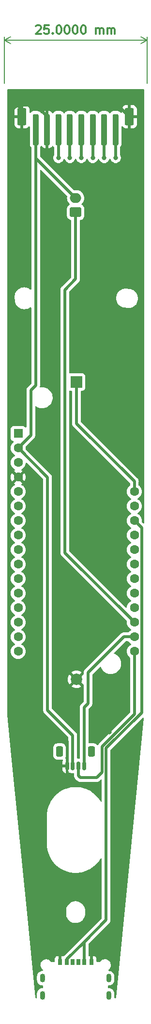
<source format=gbr>
%TF.GenerationSoftware,KiCad,Pcbnew,(6.0.4-0)*%
%TF.CreationDate,2022-11-29T11:04:19+01:00*%
%TF.ProjectId,ControllerBoard,436f6e74-726f-46c6-9c65-72426f617264,rev?*%
%TF.SameCoordinates,Original*%
%TF.FileFunction,Copper,L1,Top*%
%TF.FilePolarity,Positive*%
%FSLAX46Y46*%
G04 Gerber Fmt 4.6, Leading zero omitted, Abs format (unit mm)*
G04 Created by KiCad (PCBNEW (6.0.4-0)) date 2022-11-29 11:04:19*
%MOMM*%
%LPD*%
G01*
G04 APERTURE LIST*
G04 Aperture macros list*
%AMRoundRect*
0 Rectangle with rounded corners*
0 $1 Rounding radius*
0 $2 $3 $4 $5 $6 $7 $8 $9 X,Y pos of 4 corners*
0 Add a 4 corners polygon primitive as box body*
4,1,4,$2,$3,$4,$5,$6,$7,$8,$9,$2,$3,0*
0 Add four circle primitives for the rounded corners*
1,1,$1+$1,$2,$3*
1,1,$1+$1,$4,$5*
1,1,$1+$1,$6,$7*
1,1,$1+$1,$8,$9*
0 Add four rect primitives between the rounded corners*
20,1,$1+$1,$2,$3,$4,$5,0*
20,1,$1+$1,$4,$5,$6,$7,0*
20,1,$1+$1,$6,$7,$8,$9,0*
20,1,$1+$1,$8,$9,$2,$3,0*%
G04 Aperture macros list end*
%ADD10C,0.300000*%
%TA.AperFunction,NonConductor*%
%ADD11C,0.300000*%
%TD*%
%TA.AperFunction,NonConductor*%
%ADD12C,0.200000*%
%TD*%
%TA.AperFunction,ComponentPad*%
%ADD13RoundRect,0.250000X0.750000X-0.600000X0.750000X0.600000X-0.750000X0.600000X-0.750000X-0.600000X0*%
%TD*%
%TA.AperFunction,ComponentPad*%
%ADD14O,2.000000X1.700000*%
%TD*%
%TA.AperFunction,SMDPad,CuDef*%
%ADD15RoundRect,0.150000X-0.150000X-0.625000X0.150000X-0.625000X0.150000X0.625000X-0.150000X0.625000X0*%
%TD*%
%TA.AperFunction,SMDPad,CuDef*%
%ADD16RoundRect,0.250000X-0.350000X-0.650000X0.350000X-0.650000X0.350000X0.650000X-0.350000X0.650000X0*%
%TD*%
%TA.AperFunction,ComponentPad*%
%ADD17R,1.600000X1.600000*%
%TD*%
%TA.AperFunction,ComponentPad*%
%ADD18C,1.600000*%
%TD*%
%TA.AperFunction,SMDPad,CuDef*%
%ADD19R,0.700000X1.050000*%
%TD*%
%TA.AperFunction,SMDPad,CuDef*%
%ADD20R,0.760000X1.050000*%
%TD*%
%TA.AperFunction,SMDPad,CuDef*%
%ADD21R,0.800000X1.050000*%
%TD*%
%TA.AperFunction,ComponentPad*%
%ADD22O,0.900000X1.500000*%
%TD*%
%TA.AperFunction,SMDPad,CuDef*%
%ADD23RoundRect,0.250000X-0.250000X-2.500000X0.250000X-2.500000X0.250000X2.500000X-0.250000X2.500000X0*%
%TD*%
%TA.AperFunction,SMDPad,CuDef*%
%ADD24RoundRect,0.250000X-0.550000X-1.250000X0.550000X-1.250000X0.550000X1.250000X-0.550000X1.250000X0*%
%TD*%
%TA.AperFunction,ComponentPad*%
%ADD25R,2.000000X2.000000*%
%TD*%
%TA.AperFunction,ComponentPad*%
%ADD26C,2.000000*%
%TD*%
%TA.AperFunction,ViaPad*%
%ADD27C,0.800000*%
%TD*%
%TA.AperFunction,Conductor*%
%ADD28C,0.500000*%
%TD*%
G04 APERTURE END LIST*
D10*
D11*
X103721428Y-4521429D02*
X103792857Y-4450001D01*
X103935714Y-4378572D01*
X104292857Y-4378572D01*
X104435714Y-4450001D01*
X104507142Y-4521429D01*
X104578571Y-4664286D01*
X104578571Y-4807143D01*
X104507142Y-5021429D01*
X103650000Y-5878572D01*
X104578571Y-5878572D01*
X105935714Y-4378572D02*
X105221428Y-4378572D01*
X105150000Y-5092858D01*
X105221428Y-5021429D01*
X105364285Y-4950001D01*
X105721428Y-4950001D01*
X105864285Y-5021429D01*
X105935714Y-5092858D01*
X106007142Y-5235715D01*
X106007142Y-5592858D01*
X105935714Y-5735715D01*
X105864285Y-5807143D01*
X105721428Y-5878572D01*
X105364285Y-5878572D01*
X105221428Y-5807143D01*
X105150000Y-5735715D01*
X106650000Y-5735715D02*
X106721428Y-5807143D01*
X106650000Y-5878572D01*
X106578571Y-5807143D01*
X106650000Y-5735715D01*
X106650000Y-5878572D01*
X107650000Y-4378572D02*
X107792857Y-4378572D01*
X107935714Y-4450001D01*
X108007142Y-4521429D01*
X108078571Y-4664286D01*
X108150000Y-4950001D01*
X108150000Y-5307143D01*
X108078571Y-5592858D01*
X108007142Y-5735715D01*
X107935714Y-5807143D01*
X107792857Y-5878572D01*
X107650000Y-5878572D01*
X107507142Y-5807143D01*
X107435714Y-5735715D01*
X107364285Y-5592858D01*
X107292857Y-5307143D01*
X107292857Y-4950001D01*
X107364285Y-4664286D01*
X107435714Y-4521429D01*
X107507142Y-4450001D01*
X107650000Y-4378572D01*
X109078571Y-4378572D02*
X109221428Y-4378572D01*
X109364285Y-4450001D01*
X109435714Y-4521429D01*
X109507142Y-4664286D01*
X109578571Y-4950001D01*
X109578571Y-5307143D01*
X109507142Y-5592858D01*
X109435714Y-5735715D01*
X109364285Y-5807143D01*
X109221428Y-5878572D01*
X109078571Y-5878572D01*
X108935714Y-5807143D01*
X108864285Y-5735715D01*
X108792857Y-5592858D01*
X108721428Y-5307143D01*
X108721428Y-4950001D01*
X108792857Y-4664286D01*
X108864285Y-4521429D01*
X108935714Y-4450001D01*
X109078571Y-4378572D01*
X110507142Y-4378572D02*
X110650000Y-4378572D01*
X110792857Y-4450001D01*
X110864285Y-4521429D01*
X110935714Y-4664286D01*
X111007142Y-4950001D01*
X111007142Y-5307143D01*
X110935714Y-5592858D01*
X110864285Y-5735715D01*
X110792857Y-5807143D01*
X110650000Y-5878572D01*
X110507142Y-5878572D01*
X110364285Y-5807143D01*
X110292857Y-5735715D01*
X110221428Y-5592858D01*
X110150000Y-5307143D01*
X110150000Y-4950001D01*
X110221428Y-4664286D01*
X110292857Y-4521429D01*
X110364285Y-4450001D01*
X110507142Y-4378572D01*
X111935714Y-4378572D02*
X112078571Y-4378572D01*
X112221428Y-4450001D01*
X112292857Y-4521429D01*
X112364285Y-4664286D01*
X112435714Y-4950001D01*
X112435714Y-5307143D01*
X112364285Y-5592858D01*
X112292857Y-5735715D01*
X112221428Y-5807143D01*
X112078571Y-5878572D01*
X111935714Y-5878572D01*
X111792857Y-5807143D01*
X111721428Y-5735715D01*
X111650000Y-5592858D01*
X111578571Y-5307143D01*
X111578571Y-4950001D01*
X111650000Y-4664286D01*
X111721428Y-4521429D01*
X111792857Y-4450001D01*
X111935714Y-4378572D01*
X114221428Y-5878572D02*
X114221428Y-4878572D01*
X114221428Y-5021429D02*
X114292857Y-4950001D01*
X114435714Y-4878572D01*
X114650000Y-4878572D01*
X114792857Y-4950001D01*
X114864285Y-5092858D01*
X114864285Y-5878572D01*
X114864285Y-5092858D02*
X114935714Y-4950001D01*
X115078571Y-4878572D01*
X115292857Y-4878572D01*
X115435714Y-4950001D01*
X115507142Y-5092858D01*
X115507142Y-5878572D01*
X116221428Y-5878572D02*
X116221428Y-4878572D01*
X116221428Y-5021429D02*
X116292857Y-4950001D01*
X116435714Y-4878572D01*
X116650000Y-4878572D01*
X116792857Y-4950001D01*
X116864285Y-5092858D01*
X116864285Y-5878572D01*
X116864285Y-5092858D02*
X116935714Y-4950001D01*
X117078571Y-4878572D01*
X117292857Y-4878572D01*
X117435714Y-4950001D01*
X117507142Y-5092858D01*
X117507142Y-5878572D01*
D12*
X123150000Y-14500000D02*
X123150000Y-6413581D01*
X98150000Y-14500000D02*
X98150000Y-6413581D01*
X123150000Y-7000001D02*
X98150000Y-7000001D01*
X123150000Y-7000001D02*
X98150000Y-7000001D01*
X123150000Y-7000001D02*
X122023496Y-6413580D01*
X123150000Y-7000001D02*
X122023496Y-7586422D01*
X98150000Y-7000001D02*
X99276504Y-7586422D01*
X98150000Y-7000001D02*
X99276504Y-6413580D01*
D13*
%TO.P,X1,1,1*%
%TO.N,Net-(A1-Pad19)*%
X110650000Y-37050000D03*
D14*
%TO.P,X1,2,2*%
%TO.N,3.3V*%
X110650000Y-34550000D03*
%TD*%
D15*
%TO.P,CONN1,1,GND*%
%TO.N,GND*%
X109150000Y-133875000D03*
%TO.P,CONN1,2,V+*%
%TO.N,3.3V*%
X110150000Y-133875000D03*
%TO.P,CONN1,3,SDA*%
%TO.N,Net-(CONN1-Pad3)*%
X111150000Y-133875000D03*
%TO.P,CONN1,4,SCL*%
%TO.N,Net-(A1-Pad18)*%
X112150000Y-133875000D03*
D16*
%TO.P,CONN1,MP*%
%TO.N,N/C*%
X113450000Y-131350000D03*
X107850000Y-131350000D03*
%TD*%
D17*
%TO.P,A1,1,~{RESET}*%
%TO.N,unconnected-(A1-Pad1)*%
X100597500Y-75750000D03*
D18*
%TO.P,A1,2,3V3*%
%TO.N,3.3V*%
X100597500Y-78290000D03*
%TO.P,A1,3,NC*%
%TO.N,unconnected-(A1-Pad3)*%
X100597500Y-80830000D03*
%TO.P,A1,4,GND*%
%TO.N,GND*%
X100597500Y-83370000D03*
%TO.P,A1,5,DAC2/A0*%
%TO.N,unconnected-(A1-Pad5)*%
X100597500Y-85910000D03*
%TO.P,A1,6,DAC1/A1*%
%TO.N,unconnected-(A1-Pad6)*%
X100597500Y-88450000D03*
%TO.P,A1,7,I34/A2*%
%TO.N,unconnected-(A1-Pad7)*%
X100597500Y-90990000D03*
%TO.P,A1,8,I39/A3*%
%TO.N,unconnected-(A1-Pad8)*%
X100597500Y-93530000D03*
%TO.P,A1,9,IO36/A4*%
%TO.N,unconnected-(A1-Pad9)*%
X100597500Y-96070000D03*
%TO.P,A1,10,IO4/A5*%
%TO.N,unconnected-(A1-Pad10)*%
X100597500Y-98610000D03*
%TO.P,A1,11,SCK/IO5*%
%TO.N,Net-(A1-Pad11)*%
X100597500Y-101150000D03*
%TO.P,A1,12,MOSI/IO18*%
%TO.N,Net-(A1-Pad12)*%
X100597500Y-103690000D03*
%TO.P,A1,13,MISO/IO19*%
%TO.N,unconnected-(A1-Pad13)*%
X100597500Y-106230000D03*
%TO.P,A1,14,RX/IO16*%
%TO.N,unconnected-(A1-Pad14)*%
X100597500Y-108770000D03*
%TO.P,A1,15,TX/IO17*%
%TO.N,unconnected-(A1-Pad15)*%
X100597500Y-111310000D03*
%TO.P,A1,16,IO21*%
%TO.N,unconnected-(A1-Pad16)*%
X100597500Y-113850000D03*
%TO.P,A1,17,SDA/IO23*%
%TO.N,Net-(CONN1-Pad3)*%
X120917500Y-113850000D03*
%TO.P,A1,18,SCL/IO22*%
%TO.N,Net-(A1-Pad18)*%
X120917500Y-111310000D03*
%TO.P,A1,19,A6/IO14*%
%TO.N,Net-(A1-Pad19)*%
X120917500Y-108770000D03*
%TO.P,A1,20,A7/IO32*%
%TO.N,Net-(A1-Pad20)*%
X120917500Y-106230000D03*
%TO.P,A1,21,A8/IO15*%
%TO.N,Net-(A1-Pad21)*%
X120917500Y-103690000D03*
%TO.P,A1,22,A9/IO33*%
%TO.N,Net-(A1-Pad22)*%
X120917500Y-101150000D03*
%TO.P,A1,23,A10/IO27*%
%TO.N,Net-(A1-Pad23)*%
X120917500Y-98610000D03*
%TO.P,A1,24,A11/IO12*%
%TO.N,unconnected-(A1-Pad24)*%
X120917500Y-96070000D03*
%TO.P,A1,25,A12/IO13*%
%TO.N,unconnected-(A1-Pad25)*%
X120917500Y-93530000D03*
%TO.P,A1,26,USB*%
%TO.N,Net-(A1-Pad26)*%
X120917500Y-90990000D03*
%TO.P,A1,27,EN*%
%TO.N,unconnected-(A1-Pad27)*%
X120917500Y-88450000D03*
%TO.P,A1,28,VBAT*%
%TO.N,Net-(A1-Pad28)*%
X120917500Y-85910000D03*
%TD*%
D19*
%TO.P,J2,A5,CC1*%
%TO.N,unconnected-(J2-PadA5)*%
X110150000Y-168175000D03*
D20*
%TO.P,J2,A9,VBUS*%
%TO.N,Net-(A1-Pad26)*%
X112170000Y-168175000D03*
D21*
%TO.P,J2,A12,GND*%
%TO.N,GND*%
X113400000Y-168175000D03*
D19*
%TO.P,J2,B5,CC2*%
%TO.N,unconnected-(J2-PadB5)*%
X111150000Y-168175000D03*
D20*
%TO.P,J2,B9,VBUS*%
%TO.N,Net-(A1-Pad26)*%
X109130000Y-168175000D03*
D21*
%TO.P,J2,B12,GND*%
%TO.N,GND*%
X107900000Y-168175000D03*
D22*
%TO.P,J2,S1,SHIELD*%
%TO.N,Net-(J2-PadS1)*%
X104850000Y-174000000D03*
%TO.P,J2,S2,SHIELD*%
X116450000Y-174000000D03*
%TO.P,J2,S3,SHIELD*%
X104850000Y-171000000D03*
%TO.P,J2,S4,SHIELD*%
X116450000Y-171000000D03*
%TD*%
D23*
%TO.P,J1,1,Pin_1*%
%TO.N,3.3V*%
X103650000Y-22600000D03*
%TO.P,J1,2,Pin_2*%
%TO.N,GND*%
X105650000Y-22600000D03*
%TO.P,J1,3,Pin_3*%
%TO.N,Net-(A1-Pad12)*%
X107650000Y-22600000D03*
%TO.P,J1,4,Pin_4*%
%TO.N,Net-(A1-Pad11)*%
X109650000Y-22600000D03*
%TO.P,J1,5,Pin_5*%
%TO.N,Net-(A1-Pad20)*%
X111650000Y-22600000D03*
%TO.P,J1,6,Pin_6*%
%TO.N,Net-(A1-Pad21)*%
X113650000Y-22600000D03*
%TO.P,J1,7,Pin_7*%
%TO.N,Net-(A1-Pad22)*%
X115650000Y-22600000D03*
%TO.P,J1,8,Pin_8*%
%TO.N,Net-(A1-Pad23)*%
X117650000Y-22600000D03*
D24*
%TO.P,J1,MP,MountPin*%
%TO.N,GND*%
X101250000Y-20350000D03*
X120050000Y-20350000D03*
%TD*%
D25*
%TO.P,BT1,1,+*%
%TO.N,Net-(A1-Pad28)*%
X110800000Y-66750000D03*
D26*
%TO.P,BT1,2,-*%
%TO.N,GND*%
X110800000Y-118740000D03*
%TD*%
D27*
%TO.N,GND*%
X100838000Y-46863000D03*
X100711000Y-36195000D03*
X120396000Y-24892000D03*
X108350000Y-163200000D03*
X108585000Y-16637000D03*
X116050000Y-163200000D03*
X110998000Y-60833000D03*
X120650000Y-28448000D03*
X100457000Y-65659000D03*
X99822000Y-125984000D03*
X120523000Y-64262000D03*
X111379000Y-30480000D03*
X110998000Y-55499000D03*
X116570183Y-128000183D03*
X109220000Y-46101000D03*
X108458000Y-99568000D03*
X102616000Y-141478000D03*
X107442000Y-161163000D03*
X110490000Y-89281000D03*
X120396000Y-71882000D03*
X113538000Y-160528000D03*
X101346000Y-117094000D03*
X103200000Y-122750000D03*
X103886000Y-110109000D03*
X117602000Y-164338000D03*
X105664000Y-26797000D03*
X101473000Y-24511000D03*
X120142000Y-46101000D03*
X102235000Y-131953000D03*
X108966000Y-125095000D03*
X112268000Y-97028000D03*
X103124000Y-153162000D03*
X105918000Y-39878000D03*
X107315000Y-29337000D03*
X110617000Y-50800000D03*
X105537000Y-47752000D03*
X119380000Y-133604000D03*
X108204000Y-114808000D03*
X120777000Y-79248000D03*
X120650000Y-41148000D03*
X113411000Y-110490000D03*
X119888000Y-58166000D03*
X112268000Y-94615000D03*
X109220000Y-108712000D03*
X113792000Y-154559000D03*
X101219000Y-29210000D03*
X101727000Y-16383000D03*
X100711000Y-56134000D03*
X116586000Y-110744000D03*
X117348000Y-125603000D03*
X118110000Y-137922000D03*
X112395000Y-106934000D03*
X108839000Y-104775000D03*
X107315000Y-154305000D03*
X114808000Y-127254000D03*
X110871000Y-83947000D03*
X117348000Y-16510000D03*
X102870000Y-145669000D03*
X101092000Y-43180000D03*
X118999000Y-142113000D03*
X118491000Y-155194000D03*
X109220000Y-42037000D03*
X107696000Y-137160000D03*
X105791000Y-44069000D03*
X116459000Y-123063000D03*
X109474000Y-111633000D03*
X109982000Y-30099000D03*
X102997000Y-127508000D03*
X110871000Y-78994000D03*
X105918000Y-34290000D03*
X103886000Y-91948000D03*
X120142000Y-34544000D03*
X116459000Y-118999000D03*
X104775000Y-77724000D03*
X101600000Y-136271000D03*
X104902000Y-72644000D03*
X110744000Y-96393000D03*
X105283000Y-57658000D03*
%TO.N,Net-(A1-Pad11)*%
X109650000Y-27552500D03*
%TO.N,Net-(A1-Pad12)*%
X107650000Y-27552500D03*
%TO.N,Net-(A1-Pad20)*%
X111650000Y-27552500D03*
%TO.N,Net-(A1-Pad21)*%
X113650000Y-27552500D03*
%TO.N,Net-(A1-Pad22)*%
X115650000Y-27552500D03*
%TO.N,Net-(A1-Pad23)*%
X117650000Y-27552500D03*
%TD*%
D28*
%TO.N,3.3V*%
X110150000Y-128565000D02*
X110150000Y-133875000D01*
X103650000Y-67350000D02*
X102800000Y-68200000D01*
X103650000Y-22600000D02*
X103650000Y-27650000D01*
X105750000Y-124165000D02*
X110150000Y-128565000D01*
X103700000Y-27650000D02*
X103650000Y-27650000D01*
X110600000Y-34550000D02*
X103700000Y-27650000D01*
X105750000Y-83442500D02*
X105750000Y-124165000D01*
X100597500Y-78290000D02*
X105750000Y-83442500D01*
X102800000Y-68200000D02*
X102800000Y-76100000D01*
X103650000Y-27650000D02*
X103650000Y-67350000D01*
X102800000Y-76100000D02*
X100610000Y-78290000D01*
%TO.N,GND*%
X101473000Y-18161000D02*
X101250000Y-18384000D01*
X99060000Y-81832500D02*
X99060000Y-19685000D01*
X100597500Y-83370000D02*
X99060000Y-81832500D01*
X105500000Y-163200000D02*
X108350000Y-163200000D01*
X109150000Y-129550000D02*
X104925500Y-125325500D01*
X100445000Y-18300000D02*
X103660673Y-18300000D01*
X103200000Y-122750000D02*
X103200000Y-85972500D01*
X103200000Y-122750000D02*
X103200000Y-123600000D01*
X99060000Y-19685000D02*
X100445000Y-18300000D01*
X103200000Y-123600000D02*
X104925500Y-125325500D01*
X105425000Y-163125000D02*
X107900000Y-165600000D01*
X101250000Y-19105000D02*
X100445000Y-18300000D01*
X113400000Y-165850000D02*
X113400000Y-168125000D01*
X105150000Y-162850000D02*
X105425000Y-163125000D01*
X117861000Y-18161000D02*
X101473000Y-18161000D01*
X116050000Y-163200000D02*
X113400000Y-165850000D01*
X105150000Y-132950000D02*
X105150000Y-162850000D01*
X103200000Y-85972500D02*
X100597500Y-83370000D01*
X105163173Y-126850000D02*
X105150000Y-126850000D01*
X109150000Y-133875000D02*
X109150000Y-129550000D01*
X101250000Y-18384000D02*
X101250000Y-20350000D01*
X107900000Y-165600000D02*
X107900000Y-168175000D01*
X105150000Y-125550000D02*
X105150000Y-132950000D01*
X105425000Y-163125000D02*
X105500000Y-163200000D01*
X103660673Y-18300000D02*
X105650000Y-20289327D01*
X104925500Y-125325500D02*
X105150000Y-125550000D01*
X120050000Y-20350000D02*
X117861000Y-18161000D01*
%TO.N,Net-(A1-Pad18)*%
X112800000Y-123000000D02*
X112150000Y-123650000D01*
X112800000Y-117577906D02*
X112800000Y-123000000D01*
X112150000Y-123650000D02*
X112150000Y-133875000D01*
X120917500Y-111310000D02*
X119067906Y-111310000D01*
X119067906Y-111310000D02*
X112800000Y-117577906D01*
%TO.N,Net-(CONN1-Pad3)*%
X120917500Y-124854242D02*
X120917500Y-113850000D01*
X111150000Y-135600000D02*
X111450000Y-135900000D01*
X115300489Y-134949511D02*
X115300490Y-130471252D01*
X115300490Y-130471252D02*
X120917500Y-124854242D01*
X111150000Y-133875000D02*
X111150000Y-135600000D01*
X114350000Y-135900000D02*
X115300489Y-134949511D01*
X111450000Y-135900000D02*
X114350000Y-135900000D01*
%TO.N,Net-(A1-Pad19)*%
X110650000Y-37050000D02*
X110650000Y-48735000D01*
X110650000Y-48735000D02*
X108760001Y-50624999D01*
X108760001Y-50624999D02*
X108760001Y-96612501D01*
X108760001Y-96612501D02*
X120917500Y-108770000D01*
%TO.N,Net-(A1-Pad28)*%
X110800000Y-66750000D02*
X110800000Y-74000000D01*
X110800000Y-74000000D02*
X120917500Y-84117500D01*
X120917500Y-84117500D02*
X120917500Y-85910000D01*
%TO.N,Net-(A1-Pad11)*%
X109650000Y-22600000D02*
X109650000Y-27552500D01*
%TO.N,Net-(A1-Pad12)*%
X107650000Y-22600000D02*
X107650000Y-27552500D01*
%TO.N,Net-(A1-Pad20)*%
X111650000Y-22600000D02*
X111650000Y-27552500D01*
%TO.N,Net-(A1-Pad21)*%
X113650000Y-22600000D02*
X113650000Y-27552500D01*
%TO.N,Net-(A1-Pad22)*%
X115650000Y-22600000D02*
X115650000Y-27552500D01*
%TO.N,Net-(A1-Pad23)*%
X117650000Y-22600000D02*
X117650000Y-27552500D01*
%TO.N,Net-(A1-Pad26)*%
X112170000Y-164720000D02*
X112125000Y-164675000D01*
X122200000Y-124561000D02*
X116000000Y-130761000D01*
X112170000Y-168125000D02*
X112170000Y-164720000D01*
X112125000Y-164675000D02*
X109130000Y-167670000D01*
X116000000Y-160800000D02*
X112125000Y-164675000D01*
X122200000Y-92272500D02*
X122200000Y-124561000D01*
X116000000Y-130761000D02*
X116000000Y-160800000D01*
X109130000Y-167670000D02*
X109130000Y-168125000D01*
X120917500Y-90990000D02*
X122200000Y-92272500D01*
%TD*%
%TA.AperFunction,Conductor*%
%TO.N,GND*%
G36*
X122583621Y-15528502D02*
G01*
X122630114Y-15582158D01*
X122641500Y-15634500D01*
X122641500Y-91337129D01*
X122621498Y-91405250D01*
X122567842Y-91451743D01*
X122497568Y-91461847D01*
X122432988Y-91432353D01*
X122426405Y-91426224D01*
X122253171Y-91252990D01*
X122219145Y-91190678D01*
X122216745Y-91152913D01*
X122230519Y-90995475D01*
X122230998Y-90990000D01*
X122211043Y-90761913D01*
X122151784Y-90540757D01*
X122149461Y-90535775D01*
X122057349Y-90338238D01*
X122057346Y-90338233D01*
X122055023Y-90333251D01*
X121923698Y-90145700D01*
X121761800Y-89983802D01*
X121757292Y-89980645D01*
X121757289Y-89980643D01*
X121679111Y-89925902D01*
X121574249Y-89852477D01*
X121569267Y-89850154D01*
X121569262Y-89850151D01*
X121535043Y-89834195D01*
X121481758Y-89787278D01*
X121462297Y-89719001D01*
X121482839Y-89651041D01*
X121535043Y-89605805D01*
X121569262Y-89589849D01*
X121569267Y-89589846D01*
X121574249Y-89587523D01*
X121679111Y-89514098D01*
X121757289Y-89459357D01*
X121757292Y-89459355D01*
X121761800Y-89456198D01*
X121923698Y-89294300D01*
X122055023Y-89106749D01*
X122057346Y-89101767D01*
X122057349Y-89101762D01*
X122149461Y-88904225D01*
X122149461Y-88904224D01*
X122151784Y-88899243D01*
X122211043Y-88678087D01*
X122230998Y-88450000D01*
X122211043Y-88221913D01*
X122151784Y-88000757D01*
X122149461Y-87995775D01*
X122057349Y-87798238D01*
X122057346Y-87798233D01*
X122055023Y-87793251D01*
X121923698Y-87605700D01*
X121761800Y-87443802D01*
X121757292Y-87440645D01*
X121757289Y-87440643D01*
X121679111Y-87385902D01*
X121574249Y-87312477D01*
X121569267Y-87310154D01*
X121569262Y-87310151D01*
X121535043Y-87294195D01*
X121481758Y-87247278D01*
X121462297Y-87179001D01*
X121482839Y-87111041D01*
X121535043Y-87065805D01*
X121569262Y-87049849D01*
X121569267Y-87049846D01*
X121574249Y-87047523D01*
X121679111Y-86974098D01*
X121757289Y-86919357D01*
X121757292Y-86919355D01*
X121761800Y-86916198D01*
X121923698Y-86754300D01*
X122055023Y-86566749D01*
X122057346Y-86561767D01*
X122057349Y-86561762D01*
X122149461Y-86364225D01*
X122149461Y-86364224D01*
X122151784Y-86359243D01*
X122211043Y-86138087D01*
X122230998Y-85910000D01*
X122211043Y-85681913D01*
X122151784Y-85460757D01*
X122149461Y-85455775D01*
X122057349Y-85258238D01*
X122057346Y-85258233D01*
X122055023Y-85253251D01*
X121923698Y-85065700D01*
X121761800Y-84903802D01*
X121729729Y-84881345D01*
X121685401Y-84825890D01*
X121676000Y-84778133D01*
X121676000Y-84184570D01*
X121677433Y-84165620D01*
X121679599Y-84151385D01*
X121679599Y-84151381D01*
X121680699Y-84144151D01*
X121676415Y-84091482D01*
X121676000Y-84081267D01*
X121676000Y-84073207D01*
X121672709Y-84044980D01*
X121672278Y-84040621D01*
X121671496Y-84031006D01*
X121666360Y-83967864D01*
X121664105Y-83960903D01*
X121662918Y-83954963D01*
X121661529Y-83949088D01*
X121660682Y-83941819D01*
X121635764Y-83873170D01*
X121634347Y-83869042D01*
X121614107Y-83806564D01*
X121614106Y-83806562D01*
X121611851Y-83799601D01*
X121608055Y-83793346D01*
X121605549Y-83787872D01*
X121602830Y-83782442D01*
X121600333Y-83775563D01*
X121587953Y-83756681D01*
X121560314Y-83714524D01*
X121557967Y-83710805D01*
X121520095Y-83648393D01*
X121512697Y-83640016D01*
X121512724Y-83639992D01*
X121510071Y-83637000D01*
X121507368Y-83633767D01*
X121503356Y-83627648D01*
X121447117Y-83574372D01*
X121444675Y-83571994D01*
X111595405Y-73722724D01*
X111561379Y-73660412D01*
X111558500Y-73633629D01*
X111558500Y-68384500D01*
X111578502Y-68316379D01*
X111632158Y-68269886D01*
X111684500Y-68258500D01*
X111848134Y-68258500D01*
X111910316Y-68251745D01*
X112046705Y-68200615D01*
X112163261Y-68113261D01*
X112250615Y-67996705D01*
X112301745Y-67860316D01*
X112308500Y-67798134D01*
X112308500Y-65701866D01*
X112301745Y-65639684D01*
X112250615Y-65503295D01*
X112163261Y-65386739D01*
X112046705Y-65299385D01*
X111910316Y-65248255D01*
X111848134Y-65241500D01*
X109751866Y-65241500D01*
X109689684Y-65248255D01*
X109682284Y-65251029D01*
X109674600Y-65252856D01*
X109673851Y-65249706D01*
X109617893Y-65253789D01*
X109555533Y-65219852D01*
X109521419Y-65157589D01*
X109518501Y-65130630D01*
X109518501Y-52068387D01*
X117737768Y-52068387D01*
X117754151Y-52316425D01*
X117755161Y-52321037D01*
X117805184Y-52549503D01*
X117807318Y-52559251D01*
X117896082Y-52791442D01*
X118018461Y-53007809D01*
X118171720Y-53203520D01*
X118352437Y-53374204D01*
X118556574Y-53516047D01*
X118560794Y-53518126D01*
X118560800Y-53518129D01*
X118775343Y-53623799D01*
X118775348Y-53623801D01*
X118779571Y-53625881D01*
X119016447Y-53701253D01*
X119229255Y-53735260D01*
X119240584Y-53737609D01*
X119249368Y-53739855D01*
X119254207Y-53740320D01*
X119254212Y-53740321D01*
X119257022Y-53740591D01*
X119257026Y-53740591D01*
X119261863Y-53741056D01*
X119289740Y-53739421D01*
X119307638Y-53739646D01*
X119496964Y-53755520D01*
X119707508Y-53773173D01*
X119728185Y-53776657D01*
X119747642Y-53781631D01*
X119752485Y-53782097D01*
X119752488Y-53782097D01*
X119753320Y-53782177D01*
X119760137Y-53782832D01*
X119764990Y-53782547D01*
X119765043Y-53782548D01*
X119773429Y-53782339D01*
X119898383Y-53783441D01*
X120008747Y-53784415D01*
X120161453Y-53762775D01*
X120250187Y-53750200D01*
X120250190Y-53750199D01*
X120254857Y-53749538D01*
X120367009Y-53716025D01*
X120488496Y-53679723D01*
X120488501Y-53679721D01*
X120493019Y-53678371D01*
X120717915Y-53572502D01*
X120806330Y-53513359D01*
X120920599Y-53436922D01*
X120920603Y-53436919D01*
X120924521Y-53434298D01*
X120960412Y-53401582D01*
X121104730Y-53270027D01*
X121108221Y-53266845D01*
X121264912Y-53073883D01*
X121391094Y-52859724D01*
X121407269Y-52819560D01*
X121482189Y-52633518D01*
X121483948Y-52629150D01*
X121541401Y-52387312D01*
X121558908Y-52178495D01*
X121561774Y-52144315D01*
X121561774Y-52144312D01*
X121562168Y-52139613D01*
X121545786Y-51891585D01*
X121492621Y-51648769D01*
X121490263Y-51642599D01*
X121432043Y-51490308D01*
X121403861Y-51416588D01*
X121362907Y-51344179D01*
X121292533Y-51219757D01*
X121281488Y-51200229D01*
X121128235Y-51004526D01*
X121059049Y-50939180D01*
X120950952Y-50837084D01*
X120947527Y-50833849D01*
X120943660Y-50831162D01*
X120943655Y-50831158D01*
X120747273Y-50694703D01*
X120743399Y-50692011D01*
X120633593Y-50637927D01*
X120524633Y-50584259D01*
X120524627Y-50584257D01*
X120520411Y-50582180D01*
X120515927Y-50580753D01*
X120515924Y-50580752D01*
X120288045Y-50508242D01*
X120288046Y-50508242D01*
X120283545Y-50506810D01*
X120070756Y-50472805D01*
X120059423Y-50470456D01*
X120055354Y-50469415D01*
X120055341Y-50469413D01*
X120050634Y-50468209D01*
X120044386Y-50467608D01*
X120042984Y-50467473D01*
X120042983Y-50467473D01*
X120038139Y-50467007D01*
X120010266Y-50468642D01*
X119992369Y-50468417D01*
X119592491Y-50434890D01*
X119571813Y-50431405D01*
X119552360Y-50426432D01*
X119545778Y-50425799D01*
X119544706Y-50425696D01*
X119544702Y-50425696D01*
X119539865Y-50425231D01*
X119535012Y-50425516D01*
X119533519Y-50425488D01*
X119528434Y-50425614D01*
X119408784Y-50424558D01*
X119291255Y-50423521D01*
X119141015Y-50444811D01*
X119049806Y-50457736D01*
X119049803Y-50457737D01*
X119045136Y-50458398D01*
X118806963Y-50529568D01*
X118582057Y-50635439D01*
X118578146Y-50638055D01*
X118578141Y-50638058D01*
X118379365Y-50771025D01*
X118379361Y-50771028D01*
X118375443Y-50773649D01*
X118371957Y-50776826D01*
X118371954Y-50776829D01*
X118314175Y-50829498D01*
X118191735Y-50941109D01*
X118035037Y-51134078D01*
X117908850Y-51348246D01*
X117907087Y-51352624D01*
X117907085Y-51352628D01*
X117827658Y-51549858D01*
X117815991Y-51578830D01*
X117814902Y-51583414D01*
X117814901Y-51583417D01*
X117799376Y-51648769D01*
X117758536Y-51820677D01*
X117737768Y-52068387D01*
X109518501Y-52068387D01*
X109518501Y-50991370D01*
X109538503Y-50923249D01*
X109555406Y-50902275D01*
X111138911Y-49318770D01*
X111153323Y-49306384D01*
X111164918Y-49297851D01*
X111164923Y-49297846D01*
X111170818Y-49293508D01*
X111175557Y-49287930D01*
X111175560Y-49287927D01*
X111205035Y-49253232D01*
X111211965Y-49245716D01*
X111217660Y-49240021D01*
X111235281Y-49217749D01*
X111238072Y-49214345D01*
X111280591Y-49164297D01*
X111280592Y-49164295D01*
X111285333Y-49158715D01*
X111288661Y-49152199D01*
X111292028Y-49147150D01*
X111295195Y-49142021D01*
X111299734Y-49136284D01*
X111330655Y-49070125D01*
X111332561Y-49066225D01*
X111365769Y-49001192D01*
X111367508Y-48994084D01*
X111369607Y-48988441D01*
X111371524Y-48982678D01*
X111374622Y-48976050D01*
X111389487Y-48904583D01*
X111390457Y-48900299D01*
X111406473Y-48834845D01*
X111407808Y-48829390D01*
X111408500Y-48818236D01*
X111408536Y-48818238D01*
X111408775Y-48814245D01*
X111409149Y-48810053D01*
X111410640Y-48802885D01*
X111408546Y-48725479D01*
X111408500Y-48722072D01*
X111408500Y-38526450D01*
X111428502Y-38458329D01*
X111482158Y-38411836D01*
X111521496Y-38401123D01*
X111529135Y-38400331D01*
X111549308Y-38398238D01*
X111549312Y-38398237D01*
X111556166Y-38397526D01*
X111562702Y-38395345D01*
X111562704Y-38395345D01*
X111694806Y-38351272D01*
X111723946Y-38341550D01*
X111874348Y-38248478D01*
X111999305Y-38123303D01*
X112092115Y-37972738D01*
X112147797Y-37804861D01*
X112158500Y-37700400D01*
X112158500Y-36399600D01*
X112147526Y-36293834D01*
X112091550Y-36126054D01*
X111998478Y-35975652D01*
X111873303Y-35850695D01*
X111727660Y-35760919D01*
X111680168Y-35708148D01*
X111668744Y-35638076D01*
X111697018Y-35572952D01*
X111706805Y-35562490D01*
X111817278Y-35457103D01*
X111821135Y-35453424D01*
X111958754Y-35268458D01*
X112063240Y-35062949D01*
X112099321Y-34946752D01*
X112130024Y-34847871D01*
X112131607Y-34842773D01*
X112132308Y-34837484D01*
X112161198Y-34619511D01*
X112161198Y-34619506D01*
X112161898Y-34614226D01*
X112153249Y-34383842D01*
X112105907Y-34158209D01*
X112021224Y-33943779D01*
X111901623Y-33746683D01*
X111750523Y-33572555D01*
X111708970Y-33538484D01*
X111576373Y-33429760D01*
X111576367Y-33429756D01*
X111572245Y-33426376D01*
X111567609Y-33423737D01*
X111567606Y-33423735D01*
X111376529Y-33314968D01*
X111371886Y-33312325D01*
X111155175Y-33233663D01*
X111149926Y-33232714D01*
X111149923Y-33232713D01*
X110932392Y-33193377D01*
X110932385Y-33193376D01*
X110928308Y-33192639D01*
X110910586Y-33191803D01*
X110905644Y-33191570D01*
X110905637Y-33191570D01*
X110904156Y-33191500D01*
X110442110Y-33191500D01*
X110434215Y-33192170D01*
X110382529Y-33196555D01*
X110312961Y-33182383D01*
X110282782Y-33160101D01*
X104445405Y-27322724D01*
X104411379Y-27260412D01*
X104408500Y-27233629D01*
X104408500Y-25716393D01*
X104428502Y-25648272D01*
X104445327Y-25627375D01*
X104494134Y-25578483D01*
X104499305Y-25573303D01*
X104543040Y-25502352D01*
X104595811Y-25454860D01*
X104665883Y-25443436D01*
X104731006Y-25471710D01*
X104757443Y-25502166D01*
X104798063Y-25567807D01*
X104807099Y-25579208D01*
X104921829Y-25693739D01*
X104933240Y-25702751D01*
X105071243Y-25787816D01*
X105084424Y-25793963D01*
X105238710Y-25845138D01*
X105252086Y-25848005D01*
X105346438Y-25857672D01*
X105352854Y-25858000D01*
X105377885Y-25858000D01*
X105393124Y-25853525D01*
X105394329Y-25852135D01*
X105396000Y-25844452D01*
X105396000Y-25839884D01*
X105904000Y-25839884D01*
X105908475Y-25855123D01*
X105909865Y-25856328D01*
X105917548Y-25857999D01*
X105947095Y-25857999D01*
X105953614Y-25857662D01*
X106049206Y-25847743D01*
X106062600Y-25844851D01*
X106216784Y-25793412D01*
X106229962Y-25787239D01*
X106367807Y-25701937D01*
X106379208Y-25692901D01*
X106493739Y-25578171D01*
X106502751Y-25566760D01*
X106542451Y-25502354D01*
X106595223Y-25454861D01*
X106665294Y-25443437D01*
X106730418Y-25471711D01*
X106756854Y-25502166D01*
X106801522Y-25574348D01*
X106806704Y-25579521D01*
X106854518Y-25627252D01*
X106888597Y-25689535D01*
X106891500Y-25716425D01*
X106891500Y-27015501D01*
X106874619Y-27078500D01*
X106815473Y-27180944D01*
X106756458Y-27362572D01*
X106755768Y-27369133D01*
X106755768Y-27369135D01*
X106751720Y-27407651D01*
X106736496Y-27552500D01*
X106737186Y-27559065D01*
X106752993Y-27709456D01*
X106756458Y-27742428D01*
X106815473Y-27924056D01*
X106910960Y-28089444D01*
X107038747Y-28231366D01*
X107193248Y-28343618D01*
X107199276Y-28346302D01*
X107199278Y-28346303D01*
X107361681Y-28418609D01*
X107367712Y-28421294D01*
X107461112Y-28441147D01*
X107548056Y-28459628D01*
X107548061Y-28459628D01*
X107554513Y-28461000D01*
X107745487Y-28461000D01*
X107751939Y-28459628D01*
X107751944Y-28459628D01*
X107838887Y-28441147D01*
X107932288Y-28421294D01*
X107938319Y-28418609D01*
X108100722Y-28346303D01*
X108100724Y-28346302D01*
X108106752Y-28343618D01*
X108261253Y-28231366D01*
X108389040Y-28089444D01*
X108484527Y-27924056D01*
X108530167Y-27783590D01*
X108570241Y-27724986D01*
X108635637Y-27697349D01*
X108705594Y-27709456D01*
X108757900Y-27757462D01*
X108769832Y-27783589D01*
X108815473Y-27924056D01*
X108910960Y-28089444D01*
X109038747Y-28231366D01*
X109193248Y-28343618D01*
X109199276Y-28346302D01*
X109199278Y-28346303D01*
X109361681Y-28418609D01*
X109367712Y-28421294D01*
X109461112Y-28441147D01*
X109548056Y-28459628D01*
X109548061Y-28459628D01*
X109554513Y-28461000D01*
X109745487Y-28461000D01*
X109751939Y-28459628D01*
X109751944Y-28459628D01*
X109838887Y-28441147D01*
X109932288Y-28421294D01*
X109938319Y-28418609D01*
X110100722Y-28346303D01*
X110100724Y-28346302D01*
X110106752Y-28343618D01*
X110261253Y-28231366D01*
X110389040Y-28089444D01*
X110484527Y-27924056D01*
X110530167Y-27783590D01*
X110570241Y-27724986D01*
X110635637Y-27697349D01*
X110705594Y-27709456D01*
X110757900Y-27757462D01*
X110769832Y-27783589D01*
X110815473Y-27924056D01*
X110910960Y-28089444D01*
X111038747Y-28231366D01*
X111193248Y-28343618D01*
X111199276Y-28346302D01*
X111199278Y-28346303D01*
X111361681Y-28418609D01*
X111367712Y-28421294D01*
X111461112Y-28441147D01*
X111548056Y-28459628D01*
X111548061Y-28459628D01*
X111554513Y-28461000D01*
X111745487Y-28461000D01*
X111751939Y-28459628D01*
X111751944Y-28459628D01*
X111838887Y-28441147D01*
X111932288Y-28421294D01*
X111938319Y-28418609D01*
X112100722Y-28346303D01*
X112100724Y-28346302D01*
X112106752Y-28343618D01*
X112261253Y-28231366D01*
X112389040Y-28089444D01*
X112484527Y-27924056D01*
X112530167Y-27783590D01*
X112570241Y-27724986D01*
X112635637Y-27697349D01*
X112705594Y-27709456D01*
X112757900Y-27757462D01*
X112769832Y-27783589D01*
X112815473Y-27924056D01*
X112910960Y-28089444D01*
X113038747Y-28231366D01*
X113193248Y-28343618D01*
X113199276Y-28346302D01*
X113199278Y-28346303D01*
X113361681Y-28418609D01*
X113367712Y-28421294D01*
X113461112Y-28441147D01*
X113548056Y-28459628D01*
X113548061Y-28459628D01*
X113554513Y-28461000D01*
X113745487Y-28461000D01*
X113751939Y-28459628D01*
X113751944Y-28459628D01*
X113838887Y-28441147D01*
X113932288Y-28421294D01*
X113938319Y-28418609D01*
X114100722Y-28346303D01*
X114100724Y-28346302D01*
X114106752Y-28343618D01*
X114261253Y-28231366D01*
X114389040Y-28089444D01*
X114484527Y-27924056D01*
X114530167Y-27783590D01*
X114570241Y-27724986D01*
X114635637Y-27697349D01*
X114705594Y-27709456D01*
X114757900Y-27757462D01*
X114769832Y-27783589D01*
X114815473Y-27924056D01*
X114910960Y-28089444D01*
X115038747Y-28231366D01*
X115193248Y-28343618D01*
X115199276Y-28346302D01*
X115199278Y-28346303D01*
X115361681Y-28418609D01*
X115367712Y-28421294D01*
X115461112Y-28441147D01*
X115548056Y-28459628D01*
X115548061Y-28459628D01*
X115554513Y-28461000D01*
X115745487Y-28461000D01*
X115751939Y-28459628D01*
X115751944Y-28459628D01*
X115838887Y-28441147D01*
X115932288Y-28421294D01*
X115938319Y-28418609D01*
X116100722Y-28346303D01*
X116100724Y-28346302D01*
X116106752Y-28343618D01*
X116261253Y-28231366D01*
X116389040Y-28089444D01*
X116484527Y-27924056D01*
X116530167Y-27783590D01*
X116570241Y-27724986D01*
X116635637Y-27697349D01*
X116705594Y-27709456D01*
X116757900Y-27757462D01*
X116769832Y-27783589D01*
X116815473Y-27924056D01*
X116910960Y-28089444D01*
X117038747Y-28231366D01*
X117193248Y-28343618D01*
X117199276Y-28346302D01*
X117199278Y-28346303D01*
X117361681Y-28418609D01*
X117367712Y-28421294D01*
X117461112Y-28441147D01*
X117548056Y-28459628D01*
X117548061Y-28459628D01*
X117554513Y-28461000D01*
X117745487Y-28461000D01*
X117751939Y-28459628D01*
X117751944Y-28459628D01*
X117838887Y-28441147D01*
X117932288Y-28421294D01*
X117938319Y-28418609D01*
X118100722Y-28346303D01*
X118100724Y-28346302D01*
X118106752Y-28343618D01*
X118261253Y-28231366D01*
X118389040Y-28089444D01*
X118484527Y-27924056D01*
X118543542Y-27742428D01*
X118547008Y-27709456D01*
X118562814Y-27559065D01*
X118563504Y-27552500D01*
X118548280Y-27407651D01*
X118544232Y-27369135D01*
X118544232Y-27369133D01*
X118543542Y-27362572D01*
X118484527Y-27180944D01*
X118425381Y-27078500D01*
X118408500Y-27015501D01*
X118408500Y-25716393D01*
X118428502Y-25648272D01*
X118445327Y-25627375D01*
X118494134Y-25578483D01*
X118499305Y-25573303D01*
X118503338Y-25566760D01*
X118588275Y-25428968D01*
X118588276Y-25428966D01*
X118592115Y-25422738D01*
X118647797Y-25254861D01*
X118650054Y-25232838D01*
X118658172Y-25153598D01*
X118658500Y-25150400D01*
X118658500Y-22123737D01*
X118678502Y-22055616D01*
X118732158Y-22009123D01*
X118802432Y-21999019D01*
X118867012Y-22028513D01*
X118891644Y-22057434D01*
X118898063Y-22067807D01*
X118907099Y-22079208D01*
X119021829Y-22193739D01*
X119033240Y-22202751D01*
X119171243Y-22287816D01*
X119184424Y-22293963D01*
X119338710Y-22345138D01*
X119352086Y-22348005D01*
X119446438Y-22357672D01*
X119452854Y-22358000D01*
X119777885Y-22358000D01*
X119793124Y-22353525D01*
X119794329Y-22352135D01*
X119796000Y-22344452D01*
X119796000Y-22339884D01*
X120304000Y-22339884D01*
X120308475Y-22355123D01*
X120309865Y-22356328D01*
X120317548Y-22357999D01*
X120647095Y-22357999D01*
X120653614Y-22357662D01*
X120749206Y-22347743D01*
X120762600Y-22344851D01*
X120916784Y-22293412D01*
X120929962Y-22287239D01*
X121067807Y-22201937D01*
X121079208Y-22192901D01*
X121193739Y-22078171D01*
X121202751Y-22066760D01*
X121287816Y-21928757D01*
X121293963Y-21915576D01*
X121345138Y-21761290D01*
X121348005Y-21747914D01*
X121357672Y-21653562D01*
X121358000Y-21647146D01*
X121358000Y-20622115D01*
X121353525Y-20606876D01*
X121352135Y-20605671D01*
X121344452Y-20604000D01*
X120322115Y-20604000D01*
X120306876Y-20608475D01*
X120305671Y-20609865D01*
X120304000Y-20617548D01*
X120304000Y-22339884D01*
X119796000Y-22339884D01*
X119796000Y-20077885D01*
X120304000Y-20077885D01*
X120308475Y-20093124D01*
X120309865Y-20094329D01*
X120317548Y-20096000D01*
X121339884Y-20096000D01*
X121355123Y-20091525D01*
X121356328Y-20090135D01*
X121357999Y-20082452D01*
X121357999Y-19052905D01*
X121357662Y-19046386D01*
X121347743Y-18950794D01*
X121344851Y-18937400D01*
X121293412Y-18783216D01*
X121287239Y-18770038D01*
X121201937Y-18632193D01*
X121192901Y-18620792D01*
X121078171Y-18506261D01*
X121066760Y-18497249D01*
X120928757Y-18412184D01*
X120915576Y-18406037D01*
X120761290Y-18354862D01*
X120747914Y-18351995D01*
X120653562Y-18342328D01*
X120647145Y-18342000D01*
X120322115Y-18342000D01*
X120306876Y-18346475D01*
X120305671Y-18347865D01*
X120304000Y-18355548D01*
X120304000Y-20077885D01*
X119796000Y-20077885D01*
X119796000Y-18360116D01*
X119791525Y-18344877D01*
X119790135Y-18343672D01*
X119782452Y-18342001D01*
X119452905Y-18342001D01*
X119446386Y-18342338D01*
X119350794Y-18352257D01*
X119337400Y-18355149D01*
X119183216Y-18406588D01*
X119170038Y-18412761D01*
X119032193Y-18498063D01*
X119020792Y-18507099D01*
X118906261Y-18621829D01*
X118897249Y-18633240D01*
X118812184Y-18771243D01*
X118806037Y-18784424D01*
X118754862Y-18938710D01*
X118751995Y-18952086D01*
X118742328Y-19046438D01*
X118742000Y-19052855D01*
X118742000Y-19576120D01*
X118721998Y-19644241D01*
X118668342Y-19690734D01*
X118598068Y-19700838D01*
X118533488Y-19671344D01*
X118508857Y-19642425D01*
X118498478Y-19625652D01*
X118373303Y-19500695D01*
X118367072Y-19496854D01*
X118228968Y-19411725D01*
X118228966Y-19411724D01*
X118222738Y-19407885D01*
X118142995Y-19381436D01*
X118061389Y-19354368D01*
X118061387Y-19354368D01*
X118054861Y-19352203D01*
X118048025Y-19351503D01*
X118048022Y-19351502D01*
X118004969Y-19347091D01*
X117950400Y-19341500D01*
X117349600Y-19341500D01*
X117346354Y-19341837D01*
X117346350Y-19341837D01*
X117250692Y-19351762D01*
X117250688Y-19351763D01*
X117243834Y-19352474D01*
X117237298Y-19354655D01*
X117237296Y-19354655D01*
X117220928Y-19360116D01*
X117076054Y-19408450D01*
X116925652Y-19501522D01*
X116800695Y-19626697D01*
X116796855Y-19632927D01*
X116796854Y-19632928D01*
X116757255Y-19697170D01*
X116704483Y-19744663D01*
X116634411Y-19756087D01*
X116569288Y-19727813D01*
X116542851Y-19697358D01*
X116526753Y-19671344D01*
X116498478Y-19625652D01*
X116373303Y-19500695D01*
X116367072Y-19496854D01*
X116228968Y-19411725D01*
X116228966Y-19411724D01*
X116222738Y-19407885D01*
X116142995Y-19381436D01*
X116061389Y-19354368D01*
X116061387Y-19354368D01*
X116054861Y-19352203D01*
X116048025Y-19351503D01*
X116048022Y-19351502D01*
X116004969Y-19347091D01*
X115950400Y-19341500D01*
X115349600Y-19341500D01*
X115346354Y-19341837D01*
X115346350Y-19341837D01*
X115250692Y-19351762D01*
X115250688Y-19351763D01*
X115243834Y-19352474D01*
X115237298Y-19354655D01*
X115237296Y-19354655D01*
X115220928Y-19360116D01*
X115076054Y-19408450D01*
X114925652Y-19501522D01*
X114800695Y-19626697D01*
X114796855Y-19632927D01*
X114796854Y-19632928D01*
X114757255Y-19697170D01*
X114704483Y-19744663D01*
X114634411Y-19756087D01*
X114569288Y-19727813D01*
X114542851Y-19697358D01*
X114526753Y-19671344D01*
X114498478Y-19625652D01*
X114373303Y-19500695D01*
X114367072Y-19496854D01*
X114228968Y-19411725D01*
X114228966Y-19411724D01*
X114222738Y-19407885D01*
X114142995Y-19381436D01*
X114061389Y-19354368D01*
X114061387Y-19354368D01*
X114054861Y-19352203D01*
X114048025Y-19351503D01*
X114048022Y-19351502D01*
X114004969Y-19347091D01*
X113950400Y-19341500D01*
X113349600Y-19341500D01*
X113346354Y-19341837D01*
X113346350Y-19341837D01*
X113250692Y-19351762D01*
X113250688Y-19351763D01*
X113243834Y-19352474D01*
X113237298Y-19354655D01*
X113237296Y-19354655D01*
X113220928Y-19360116D01*
X113076054Y-19408450D01*
X112925652Y-19501522D01*
X112800695Y-19626697D01*
X112796855Y-19632927D01*
X112796854Y-19632928D01*
X112757255Y-19697170D01*
X112704483Y-19744663D01*
X112634411Y-19756087D01*
X112569288Y-19727813D01*
X112542851Y-19697358D01*
X112526753Y-19671344D01*
X112498478Y-19625652D01*
X112373303Y-19500695D01*
X112367072Y-19496854D01*
X112228968Y-19411725D01*
X112228966Y-19411724D01*
X112222738Y-19407885D01*
X112142995Y-19381436D01*
X112061389Y-19354368D01*
X112061387Y-19354368D01*
X112054861Y-19352203D01*
X112048025Y-19351503D01*
X112048022Y-19351502D01*
X112004969Y-19347091D01*
X111950400Y-19341500D01*
X111349600Y-19341500D01*
X111346354Y-19341837D01*
X111346350Y-19341837D01*
X111250692Y-19351762D01*
X111250688Y-19351763D01*
X111243834Y-19352474D01*
X111237298Y-19354655D01*
X111237296Y-19354655D01*
X111220928Y-19360116D01*
X111076054Y-19408450D01*
X110925652Y-19501522D01*
X110800695Y-19626697D01*
X110796855Y-19632927D01*
X110796854Y-19632928D01*
X110757255Y-19697170D01*
X110704483Y-19744663D01*
X110634411Y-19756087D01*
X110569288Y-19727813D01*
X110542851Y-19697358D01*
X110526753Y-19671344D01*
X110498478Y-19625652D01*
X110373303Y-19500695D01*
X110367072Y-19496854D01*
X110228968Y-19411725D01*
X110228966Y-19411724D01*
X110222738Y-19407885D01*
X110142995Y-19381436D01*
X110061389Y-19354368D01*
X110061387Y-19354368D01*
X110054861Y-19352203D01*
X110048025Y-19351503D01*
X110048022Y-19351502D01*
X110004969Y-19347091D01*
X109950400Y-19341500D01*
X109349600Y-19341500D01*
X109346354Y-19341837D01*
X109346350Y-19341837D01*
X109250692Y-19351762D01*
X109250688Y-19351763D01*
X109243834Y-19352474D01*
X109237298Y-19354655D01*
X109237296Y-19354655D01*
X109220928Y-19360116D01*
X109076054Y-19408450D01*
X108925652Y-19501522D01*
X108800695Y-19626697D01*
X108796855Y-19632927D01*
X108796854Y-19632928D01*
X108757255Y-19697170D01*
X108704483Y-19744663D01*
X108634411Y-19756087D01*
X108569288Y-19727813D01*
X108542851Y-19697358D01*
X108526753Y-19671344D01*
X108498478Y-19625652D01*
X108373303Y-19500695D01*
X108367072Y-19496854D01*
X108228968Y-19411725D01*
X108228966Y-19411724D01*
X108222738Y-19407885D01*
X108142995Y-19381436D01*
X108061389Y-19354368D01*
X108061387Y-19354368D01*
X108054861Y-19352203D01*
X108048025Y-19351503D01*
X108048022Y-19351502D01*
X108004969Y-19347091D01*
X107950400Y-19341500D01*
X107349600Y-19341500D01*
X107346354Y-19341837D01*
X107346350Y-19341837D01*
X107250692Y-19351762D01*
X107250688Y-19351763D01*
X107243834Y-19352474D01*
X107237298Y-19354655D01*
X107237296Y-19354655D01*
X107220928Y-19360116D01*
X107076054Y-19408450D01*
X106925652Y-19501522D01*
X106800695Y-19626697D01*
X106756962Y-19697646D01*
X106756961Y-19697647D01*
X106704189Y-19745140D01*
X106634117Y-19756564D01*
X106568994Y-19728290D01*
X106542557Y-19697834D01*
X106501937Y-19632193D01*
X106492901Y-19620792D01*
X106378171Y-19506261D01*
X106366760Y-19497249D01*
X106228757Y-19412184D01*
X106215576Y-19406037D01*
X106061290Y-19354862D01*
X106047914Y-19351995D01*
X105953562Y-19342328D01*
X105947145Y-19342000D01*
X105922115Y-19342000D01*
X105906876Y-19346475D01*
X105905671Y-19347865D01*
X105904000Y-19355548D01*
X105904000Y-25839884D01*
X105396000Y-25839884D01*
X105396000Y-19360116D01*
X105391525Y-19344877D01*
X105390135Y-19343672D01*
X105382452Y-19342001D01*
X105352905Y-19342001D01*
X105346386Y-19342338D01*
X105250794Y-19352257D01*
X105237400Y-19355149D01*
X105083216Y-19406588D01*
X105070038Y-19412761D01*
X104932193Y-19498063D01*
X104920792Y-19507099D01*
X104806261Y-19621829D01*
X104797249Y-19633240D01*
X104757549Y-19697646D01*
X104704777Y-19745139D01*
X104634706Y-19756563D01*
X104569582Y-19728289D01*
X104543145Y-19697833D01*
X104502332Y-19631880D01*
X104502330Y-19631877D01*
X104498478Y-19625652D01*
X104373303Y-19500695D01*
X104367072Y-19496854D01*
X104228968Y-19411725D01*
X104228966Y-19411724D01*
X104222738Y-19407885D01*
X104142995Y-19381436D01*
X104061389Y-19354368D01*
X104061387Y-19354368D01*
X104054861Y-19352203D01*
X104048025Y-19351503D01*
X104048022Y-19351502D01*
X104004969Y-19347091D01*
X103950400Y-19341500D01*
X103349600Y-19341500D01*
X103346354Y-19341837D01*
X103346350Y-19341837D01*
X103250692Y-19351762D01*
X103250688Y-19351763D01*
X103243834Y-19352474D01*
X103237298Y-19354655D01*
X103237296Y-19354655D01*
X103220928Y-19360116D01*
X103076054Y-19408450D01*
X102925652Y-19501522D01*
X102800695Y-19626697D01*
X102796855Y-19632927D01*
X102796854Y-19632928D01*
X102791259Y-19642005D01*
X102738487Y-19689498D01*
X102668415Y-19700922D01*
X102603291Y-19672648D01*
X102563792Y-19613654D01*
X102557999Y-19575889D01*
X102557999Y-19052905D01*
X102557662Y-19046386D01*
X102547743Y-18950794D01*
X102544851Y-18937400D01*
X102493412Y-18783216D01*
X102487239Y-18770038D01*
X102401937Y-18632193D01*
X102392901Y-18620792D01*
X102278171Y-18506261D01*
X102266760Y-18497249D01*
X102128757Y-18412184D01*
X102115576Y-18406037D01*
X101961290Y-18354862D01*
X101947914Y-18351995D01*
X101853562Y-18342328D01*
X101847145Y-18342000D01*
X101522115Y-18342000D01*
X101506876Y-18346475D01*
X101505671Y-18347865D01*
X101504000Y-18355548D01*
X101504000Y-22339884D01*
X101508475Y-22355123D01*
X101509865Y-22356328D01*
X101517548Y-22357999D01*
X101847095Y-22357999D01*
X101853614Y-22357662D01*
X101949206Y-22347743D01*
X101962600Y-22344851D01*
X102116784Y-22293412D01*
X102129962Y-22287239D01*
X102267807Y-22201937D01*
X102279208Y-22192901D01*
X102393739Y-22078171D01*
X102402751Y-22066760D01*
X102408240Y-22057855D01*
X102461012Y-22010362D01*
X102531084Y-21998938D01*
X102596208Y-22027212D01*
X102635707Y-22086206D01*
X102641500Y-22123971D01*
X102641500Y-25150400D01*
X102641837Y-25153646D01*
X102641837Y-25153650D01*
X102650054Y-25232838D01*
X102652474Y-25256166D01*
X102708450Y-25423946D01*
X102801522Y-25574348D01*
X102806704Y-25579521D01*
X102854518Y-25627252D01*
X102888597Y-25689535D01*
X102891500Y-25716425D01*
X102891500Y-27622165D01*
X102891258Y-27629966D01*
X102887453Y-27691298D01*
X102888693Y-27698514D01*
X102889680Y-27704257D01*
X102891500Y-27725596D01*
X102891500Y-50478275D01*
X102871498Y-50546396D01*
X102817842Y-50592889D01*
X102747568Y-50602993D01*
X102687814Y-50577476D01*
X102647307Y-50545754D01*
X102553790Y-50472520D01*
X102548301Y-50469415D01*
X102481099Y-50431405D01*
X102337428Y-50350142D01*
X102333026Y-50348459D01*
X102109646Y-50263061D01*
X102109643Y-50263060D01*
X102105243Y-50261378D01*
X102100635Y-50260369D01*
X101867031Y-50209220D01*
X101867029Y-50209220D01*
X101862422Y-50208211D01*
X101614389Y-50191828D01*
X101609690Y-50192222D01*
X101609687Y-50192222D01*
X101501605Y-50201284D01*
X101366684Y-50212596D01*
X101362095Y-50213686D01*
X101362096Y-50213686D01*
X101129432Y-50268959D01*
X101129428Y-50268960D01*
X101124841Y-50270050D01*
X100894263Y-50362908D01*
X100890205Y-50365299D01*
X100890199Y-50365302D01*
X100787700Y-50425696D01*
X100680100Y-50489095D01*
X100487136Y-50645791D01*
X100483954Y-50649282D01*
X100372982Y-50771025D01*
X100319682Y-50829498D01*
X100317061Y-50833417D01*
X100317059Y-50833419D01*
X100184099Y-51032192D01*
X100184095Y-51032199D01*
X100181479Y-51036110D01*
X100075613Y-51261013D01*
X100004449Y-51499182D01*
X100003788Y-51503848D01*
X100003787Y-51503852D01*
X99984129Y-51642599D01*
X99969578Y-51745298D01*
X99971486Y-51960791D01*
X99971057Y-51972344D01*
X99970305Y-51981389D01*
X99971201Y-51993910D01*
X99972291Y-51998653D01*
X99972292Y-51998660D01*
X99977452Y-52021114D01*
X99980212Y-52038806D01*
X100013736Y-52438650D01*
X100013743Y-52459626D01*
X100012078Y-52479619D01*
X100012974Y-52492140D01*
X100014066Y-52496894D01*
X100014097Y-52497098D01*
X100015627Y-52504963D01*
X100052782Y-52737557D01*
X100128143Y-52974437D01*
X100130226Y-52978667D01*
X100130227Y-52978669D01*
X100142559Y-53003710D01*
X100237968Y-53197440D01*
X100240659Y-53201313D01*
X100377113Y-53397710D01*
X100377118Y-53397717D01*
X100379804Y-53401582D01*
X100410702Y-53434298D01*
X100541224Y-53572502D01*
X100550482Y-53582305D01*
X100554187Y-53585206D01*
X100554193Y-53585212D01*
X100698709Y-53698386D01*
X100746190Y-53735570D01*
X100962555Y-53857953D01*
X101194744Y-53946721D01*
X101437570Y-53999891D01*
X101442274Y-54000202D01*
X101442276Y-54000202D01*
X101561589Y-54008083D01*
X101685609Y-54016275D01*
X101690308Y-54015881D01*
X101690311Y-54015881D01*
X101928620Y-53995901D01*
X101933319Y-53995507D01*
X102175167Y-53938050D01*
X102374056Y-53857953D01*
X102401378Y-53846950D01*
X102401381Y-53846948D01*
X102405750Y-53845189D01*
X102619916Y-53718998D01*
X102686070Y-53665276D01*
X102751560Y-53637860D01*
X102821475Y-53650203D01*
X102873619Y-53698386D01*
X102891500Y-53763087D01*
X102891500Y-66983629D01*
X102871498Y-67051750D01*
X102854595Y-67072724D01*
X102311089Y-67616230D01*
X102296677Y-67628616D01*
X102285082Y-67637149D01*
X102285077Y-67637154D01*
X102279182Y-67641492D01*
X102274443Y-67647070D01*
X102274440Y-67647073D01*
X102244965Y-67681768D01*
X102238035Y-67689284D01*
X102232340Y-67694979D01*
X102230060Y-67697861D01*
X102214719Y-67717251D01*
X102211928Y-67720655D01*
X102177544Y-67761128D01*
X102164667Y-67776285D01*
X102161339Y-67782801D01*
X102157972Y-67787850D01*
X102154805Y-67792979D01*
X102150266Y-67798716D01*
X102119345Y-67864875D01*
X102117442Y-67868769D01*
X102084231Y-67933808D01*
X102082492Y-67940916D01*
X102080393Y-67946559D01*
X102078476Y-67952322D01*
X102075378Y-67958950D01*
X102073888Y-67966112D01*
X102073888Y-67966113D01*
X102060514Y-68030412D01*
X102059544Y-68034696D01*
X102042192Y-68105610D01*
X102041500Y-68116764D01*
X102041464Y-68116762D01*
X102041225Y-68120755D01*
X102040851Y-68124947D01*
X102039360Y-68132115D01*
X102039558Y-68139432D01*
X102041454Y-68209521D01*
X102041500Y-68212928D01*
X102041500Y-74583110D01*
X102021498Y-74651231D01*
X101967842Y-74697724D01*
X101897568Y-74707828D01*
X101832988Y-74678334D01*
X101814674Y-74658675D01*
X101766142Y-74593919D01*
X101760761Y-74586739D01*
X101644205Y-74499385D01*
X101507816Y-74448255D01*
X101445634Y-74441500D01*
X99749366Y-74441500D01*
X99687184Y-74448255D01*
X99550795Y-74499385D01*
X99434239Y-74586739D01*
X99346885Y-74703295D01*
X99295755Y-74839684D01*
X99289000Y-74901866D01*
X99289000Y-76598134D01*
X99295755Y-76660316D01*
X99346885Y-76796705D01*
X99434239Y-76913261D01*
X99550795Y-77000615D01*
X99687184Y-77051745D01*
X99697974Y-77052917D01*
X99700106Y-77053803D01*
X99702722Y-77054425D01*
X99702621Y-77054848D01*
X99763535Y-77080155D01*
X99803963Y-77138517D01*
X99806422Y-77209471D01*
X99770129Y-77270490D01*
X99761469Y-77277489D01*
X99757707Y-77280646D01*
X99753200Y-77283802D01*
X99591302Y-77445700D01*
X99459977Y-77633251D01*
X99457654Y-77638233D01*
X99457651Y-77638238D01*
X99365539Y-77835775D01*
X99363216Y-77840757D01*
X99303957Y-78061913D01*
X99284002Y-78290000D01*
X99303957Y-78518087D01*
X99363216Y-78739243D01*
X99365539Y-78744224D01*
X99365539Y-78744225D01*
X99457651Y-78941762D01*
X99457654Y-78941767D01*
X99459977Y-78946749D01*
X99591302Y-79134300D01*
X99753200Y-79296198D01*
X99757708Y-79299355D01*
X99757711Y-79299357D01*
X99835889Y-79354098D01*
X99940751Y-79427523D01*
X99945733Y-79429846D01*
X99945738Y-79429849D01*
X99979957Y-79445805D01*
X100033242Y-79492722D01*
X100052703Y-79560999D01*
X100032161Y-79628959D01*
X99979957Y-79674195D01*
X99945738Y-79690151D01*
X99945733Y-79690154D01*
X99940751Y-79692477D01*
X99835889Y-79765902D01*
X99757711Y-79820643D01*
X99757708Y-79820645D01*
X99753200Y-79823802D01*
X99591302Y-79985700D01*
X99459977Y-80173251D01*
X99457654Y-80178233D01*
X99457651Y-80178238D01*
X99365539Y-80375775D01*
X99363216Y-80380757D01*
X99303957Y-80601913D01*
X99284002Y-80830000D01*
X99303957Y-81058087D01*
X99363216Y-81279243D01*
X99365539Y-81284224D01*
X99365539Y-81284225D01*
X99457651Y-81481762D01*
X99457654Y-81481767D01*
X99459977Y-81486749D01*
X99591302Y-81674300D01*
X99753200Y-81836198D01*
X99757708Y-81839355D01*
X99757711Y-81839357D01*
X99835889Y-81894098D01*
X99940751Y-81967523D01*
X99945733Y-81969846D01*
X99945738Y-81969849D01*
X99980549Y-81986081D01*
X100033834Y-82032998D01*
X100053295Y-82101275D01*
X100032753Y-82169235D01*
X99980549Y-82214471D01*
X99945989Y-82230586D01*
X99936494Y-82236069D01*
X99884452Y-82272509D01*
X99876076Y-82282988D01*
X99883144Y-82296434D01*
X100584688Y-82997978D01*
X100598632Y-83005592D01*
X100600465Y-83005461D01*
X100607080Y-83001210D01*
X101312577Y-82295713D01*
X101319007Y-82283938D01*
X101309711Y-82271923D01*
X101258506Y-82236069D01*
X101249011Y-82230586D01*
X101214451Y-82214471D01*
X101161166Y-82167554D01*
X101141705Y-82099277D01*
X101162247Y-82031317D01*
X101214451Y-81986081D01*
X101249262Y-81969849D01*
X101249267Y-81969846D01*
X101254249Y-81967523D01*
X101359111Y-81894098D01*
X101437289Y-81839357D01*
X101437292Y-81839355D01*
X101441800Y-81836198D01*
X101603698Y-81674300D01*
X101735023Y-81486749D01*
X101737346Y-81481767D01*
X101737349Y-81481762D01*
X101829461Y-81284225D01*
X101829461Y-81284224D01*
X101831784Y-81279243D01*
X101891043Y-81058087D01*
X101899823Y-80957733D01*
X101925687Y-80891615D01*
X101983190Y-80849976D01*
X102054077Y-80846035D01*
X102114439Y-80879620D01*
X104954595Y-83719776D01*
X104988621Y-83782088D01*
X104991500Y-83808871D01*
X104991500Y-124097930D01*
X104990067Y-124116880D01*
X104986801Y-124138349D01*
X104987394Y-124145641D01*
X104987394Y-124145644D01*
X104991085Y-124191018D01*
X104991500Y-124201233D01*
X104991500Y-124209293D01*
X104991925Y-124212937D01*
X104994789Y-124237507D01*
X104995222Y-124241882D01*
X105001140Y-124314637D01*
X105003396Y-124321601D01*
X105004587Y-124327560D01*
X105005971Y-124333415D01*
X105006818Y-124340681D01*
X105031735Y-124409327D01*
X105033152Y-124413455D01*
X105055649Y-124482899D01*
X105059445Y-124489154D01*
X105061951Y-124494628D01*
X105064670Y-124500058D01*
X105067167Y-124506937D01*
X105071180Y-124513057D01*
X105071180Y-124513058D01*
X105107186Y-124567976D01*
X105109523Y-124571680D01*
X105147405Y-124634107D01*
X105151121Y-124638315D01*
X105151122Y-124638316D01*
X105154803Y-124642484D01*
X105154776Y-124642508D01*
X105157429Y-124645500D01*
X105160132Y-124648733D01*
X105164144Y-124654852D01*
X105169456Y-124659884D01*
X105220383Y-124708128D01*
X105222825Y-124710506D01*
X109354595Y-128842276D01*
X109388621Y-128904588D01*
X109391500Y-128931371D01*
X109391500Y-132966246D01*
X109386497Y-133001398D01*
X109344438Y-133146169D01*
X109343934Y-133152574D01*
X109343933Y-133152579D01*
X109341693Y-133181042D01*
X109341500Y-133183498D01*
X109341500Y-134566502D01*
X109341693Y-134568950D01*
X109341693Y-134568958D01*
X109343927Y-134597336D01*
X109344438Y-134603831D01*
X109346233Y-134610008D01*
X109388643Y-134755989D01*
X109388645Y-134755993D01*
X109390855Y-134763601D01*
X109393885Y-134768725D01*
X109404000Y-134817570D01*
X109404000Y-135136878D01*
X109407973Y-135150409D01*
X109415871Y-135151544D01*
X109555790Y-135110893D01*
X109570221Y-135104648D01*
X109585370Y-135095689D01*
X109654186Y-135078230D01*
X109713648Y-135095690D01*
X109736399Y-135109145D01*
X109744010Y-135111356D01*
X109744012Y-135111357D01*
X109796231Y-135126528D01*
X109896169Y-135155562D01*
X109902574Y-135156066D01*
X109902579Y-135156067D01*
X109931042Y-135158307D01*
X109931050Y-135158307D01*
X109933498Y-135158500D01*
X110265500Y-135158500D01*
X110333621Y-135178502D01*
X110380114Y-135232158D01*
X110391500Y-135284500D01*
X110391500Y-135532930D01*
X110390067Y-135551880D01*
X110386801Y-135573349D01*
X110387394Y-135580641D01*
X110387394Y-135580644D01*
X110391085Y-135626018D01*
X110391500Y-135636233D01*
X110391500Y-135644293D01*
X110391925Y-135647937D01*
X110394789Y-135672507D01*
X110395222Y-135676882D01*
X110401140Y-135749637D01*
X110403396Y-135756601D01*
X110404587Y-135762560D01*
X110405971Y-135768415D01*
X110406818Y-135775681D01*
X110431735Y-135844327D01*
X110433152Y-135848455D01*
X110455649Y-135917899D01*
X110459445Y-135924154D01*
X110461951Y-135929628D01*
X110464670Y-135935058D01*
X110467167Y-135941937D01*
X110471180Y-135948057D01*
X110471180Y-135948058D01*
X110507186Y-136002976D01*
X110509523Y-136006680D01*
X110547405Y-136069107D01*
X110551121Y-136073315D01*
X110551122Y-136073316D01*
X110554803Y-136077484D01*
X110554776Y-136077508D01*
X110557429Y-136080500D01*
X110560132Y-136083733D01*
X110564144Y-136089852D01*
X110569456Y-136094884D01*
X110620383Y-136143128D01*
X110622825Y-136145506D01*
X110866230Y-136388911D01*
X110878616Y-136403323D01*
X110887149Y-136414918D01*
X110887154Y-136414923D01*
X110891492Y-136420818D01*
X110897070Y-136425557D01*
X110897073Y-136425560D01*
X110931768Y-136455035D01*
X110939284Y-136461965D01*
X110944979Y-136467660D01*
X110947861Y-136469940D01*
X110967251Y-136485281D01*
X110970655Y-136488072D01*
X111020703Y-136530591D01*
X111026285Y-136535333D01*
X111032801Y-136538661D01*
X111037850Y-136542028D01*
X111042979Y-136545195D01*
X111048716Y-136549734D01*
X111114875Y-136580655D01*
X111118769Y-136582558D01*
X111183808Y-136615769D01*
X111190916Y-136617508D01*
X111196559Y-136619607D01*
X111202322Y-136621524D01*
X111208950Y-136624622D01*
X111216112Y-136626112D01*
X111216113Y-136626112D01*
X111280412Y-136639486D01*
X111284696Y-136640456D01*
X111355610Y-136657808D01*
X111361212Y-136658156D01*
X111361215Y-136658156D01*
X111366764Y-136658500D01*
X111366762Y-136658536D01*
X111370755Y-136658775D01*
X111374947Y-136659149D01*
X111382115Y-136660640D01*
X111459520Y-136658546D01*
X111462928Y-136658500D01*
X114282930Y-136658500D01*
X114301880Y-136659933D01*
X114316115Y-136662099D01*
X114316119Y-136662099D01*
X114323349Y-136663199D01*
X114330641Y-136662606D01*
X114330644Y-136662606D01*
X114376018Y-136658915D01*
X114386233Y-136658500D01*
X114394293Y-136658500D01*
X114411680Y-136656473D01*
X114422507Y-136655211D01*
X114426882Y-136654778D01*
X114492339Y-136649454D01*
X114492342Y-136649453D01*
X114499637Y-136648860D01*
X114506601Y-136646604D01*
X114512560Y-136645413D01*
X114518415Y-136644029D01*
X114525681Y-136643182D01*
X114594327Y-136618265D01*
X114598455Y-136616848D01*
X114660936Y-136596607D01*
X114660938Y-136596606D01*
X114667899Y-136594351D01*
X114674154Y-136590555D01*
X114679628Y-136588049D01*
X114685058Y-136585330D01*
X114691937Y-136582833D01*
X114698058Y-136578820D01*
X114752976Y-136542814D01*
X114756680Y-136540477D01*
X114819107Y-136502595D01*
X114827484Y-136495197D01*
X114827508Y-136495224D01*
X114830500Y-136492571D01*
X114833733Y-136489868D01*
X114839852Y-136485856D01*
X114893128Y-136429617D01*
X114895506Y-136427175D01*
X115026405Y-136296276D01*
X115088717Y-136262250D01*
X115159532Y-136267315D01*
X115216368Y-136309862D01*
X115241179Y-136376382D01*
X115241500Y-136385371D01*
X115241500Y-140041898D01*
X115221498Y-140110019D01*
X115167842Y-140156512D01*
X115097568Y-140166616D01*
X115032988Y-140137122D01*
X115003739Y-140100082D01*
X114991621Y-140076803D01*
X114756632Y-139707944D01*
X114754968Y-139705776D01*
X114754960Y-139705764D01*
X114492071Y-139363162D01*
X114490389Y-139360970D01*
X114488531Y-139358942D01*
X114488524Y-139358934D01*
X114196770Y-139040540D01*
X114194919Y-139038520D01*
X113895127Y-138763812D01*
X113874505Y-138744915D01*
X113874497Y-138744908D01*
X113872469Y-138743050D01*
X113675538Y-138591939D01*
X113527675Y-138478479D01*
X113527663Y-138478471D01*
X113525495Y-138476807D01*
X113156636Y-138241818D01*
X112768700Y-138039872D01*
X112364640Y-137872504D01*
X112362020Y-137871678D01*
X112362012Y-137871675D01*
X111950160Y-137741819D01*
X111950155Y-137741818D01*
X111947530Y-137740990D01*
X111520546Y-137646330D01*
X111517827Y-137645972D01*
X111517821Y-137645971D01*
X111355379Y-137624585D01*
X111086935Y-137589244D01*
X111084186Y-137589124D01*
X111084175Y-137589123D01*
X110652748Y-137570287D01*
X110650000Y-137570167D01*
X110647252Y-137570287D01*
X110215825Y-137589123D01*
X110215814Y-137589124D01*
X110213065Y-137589244D01*
X109944621Y-137624585D01*
X109782179Y-137645971D01*
X109782173Y-137645972D01*
X109779454Y-137646330D01*
X109352470Y-137740990D01*
X109349845Y-137741818D01*
X109349840Y-137741819D01*
X108937988Y-137871675D01*
X108937980Y-137871678D01*
X108935360Y-137872504D01*
X108531300Y-138039872D01*
X108143364Y-138241818D01*
X107774505Y-138476807D01*
X107772337Y-138478471D01*
X107772325Y-138478479D01*
X107624462Y-138591939D01*
X107427531Y-138743050D01*
X107425503Y-138744908D01*
X107425495Y-138744915D01*
X107404873Y-138763812D01*
X107105081Y-139038520D01*
X107103230Y-139040540D01*
X106811476Y-139358934D01*
X106811469Y-139358942D01*
X106809611Y-139360970D01*
X106807929Y-139363162D01*
X106545040Y-139705764D01*
X106545032Y-139705776D01*
X106543368Y-139707944D01*
X106308379Y-140076803D01*
X106106433Y-140464739D01*
X105939065Y-140868799D01*
X105807551Y-141285909D01*
X105712891Y-141712893D01*
X105655805Y-142146504D01*
X105655685Y-142149253D01*
X105655684Y-142149264D01*
X105642756Y-142445373D01*
X105637272Y-142570978D01*
X105636309Y-142577163D01*
X105636829Y-142581136D01*
X105636728Y-142583439D01*
X105637130Y-142583439D01*
X105637646Y-142587386D01*
X105637646Y-142587388D01*
X105640436Y-142608722D01*
X105641500Y-142625059D01*
X105641500Y-147534072D01*
X105640000Y-147553457D01*
X105636309Y-147577163D01*
X105637130Y-147583439D01*
X105636728Y-147583439D01*
X105637064Y-147591136D01*
X105653810Y-147974674D01*
X105655805Y-148020374D01*
X105712891Y-148453985D01*
X105807551Y-148880969D01*
X105939065Y-149298079D01*
X106106433Y-149702139D01*
X106308379Y-150090075D01*
X106543368Y-150458934D01*
X106545032Y-150461102D01*
X106545040Y-150461114D01*
X106807929Y-150803716D01*
X106809611Y-150805908D01*
X106811469Y-150807936D01*
X106811476Y-150807944D01*
X107082420Y-151103628D01*
X107105081Y-151128358D01*
X107107101Y-151130209D01*
X107425495Y-151421963D01*
X107425503Y-151421970D01*
X107427531Y-151423828D01*
X107429723Y-151425510D01*
X107772325Y-151688399D01*
X107772337Y-151688407D01*
X107774505Y-151690071D01*
X108143364Y-151925060D01*
X108531300Y-152127006D01*
X108935360Y-152294374D01*
X108937980Y-152295200D01*
X108937988Y-152295203D01*
X109349840Y-152425059D01*
X109349845Y-152425060D01*
X109352470Y-152425888D01*
X109779454Y-152520548D01*
X109782173Y-152520906D01*
X109782179Y-152520907D01*
X109944621Y-152542293D01*
X110213065Y-152577634D01*
X110215814Y-152577754D01*
X110215825Y-152577755D01*
X110647252Y-152596591D01*
X110650000Y-152596711D01*
X110652748Y-152596591D01*
X111084175Y-152577755D01*
X111084186Y-152577754D01*
X111086935Y-152577634D01*
X111355379Y-152542293D01*
X111517821Y-152520907D01*
X111517827Y-152520906D01*
X111520546Y-152520548D01*
X111947530Y-152425888D01*
X111950155Y-152425060D01*
X111950160Y-152425059D01*
X112362012Y-152295203D01*
X112362020Y-152295200D01*
X112364640Y-152294374D01*
X112768700Y-152127006D01*
X113156636Y-151925060D01*
X113525495Y-151690071D01*
X113527663Y-151688407D01*
X113527675Y-151688399D01*
X113870277Y-151425510D01*
X113872469Y-151423828D01*
X113874497Y-151421970D01*
X113874505Y-151421963D01*
X114192899Y-151130209D01*
X114194919Y-151128358D01*
X114217580Y-151103628D01*
X114488524Y-150807944D01*
X114488531Y-150807936D01*
X114490389Y-150805908D01*
X114492071Y-150803716D01*
X114754960Y-150461114D01*
X114754968Y-150461102D01*
X114756632Y-150458934D01*
X114991621Y-150090075D01*
X115003739Y-150066797D01*
X115052933Y-150015612D01*
X115121994Y-149999147D01*
X115188993Y-150022634D01*
X115232659Y-150078614D01*
X115241500Y-150124980D01*
X115241500Y-160433629D01*
X115221498Y-160501750D01*
X115204595Y-160522724D01*
X111608350Y-164118969D01*
X111602663Y-164124315D01*
X111556596Y-164165000D01*
X111552368Y-164170983D01*
X111549005Y-164175741D01*
X111535203Y-164192116D01*
X108641089Y-167086230D01*
X108626677Y-167098616D01*
X108615082Y-167107149D01*
X108615077Y-167107154D01*
X108609182Y-167111492D01*
X108604443Y-167117070D01*
X108604440Y-167117073D01*
X108594448Y-167128835D01*
X108535099Y-167167800D01*
X108464106Y-167168493D01*
X108454193Y-167165238D01*
X108417599Y-167151519D01*
X108402357Y-167147895D01*
X108351486Y-167142369D01*
X108344672Y-167142000D01*
X108172115Y-167142000D01*
X108156876Y-167146475D01*
X108155671Y-167147865D01*
X108154000Y-167155548D01*
X108154000Y-168065500D01*
X108133998Y-168133621D01*
X108080342Y-168180114D01*
X108028000Y-168191500D01*
X107772000Y-168191500D01*
X107703879Y-168171498D01*
X107657386Y-168117842D01*
X107646000Y-168065500D01*
X107646000Y-167160116D01*
X107641525Y-167144877D01*
X107640135Y-167143672D01*
X107632452Y-167142001D01*
X107455331Y-167142001D01*
X107448510Y-167142371D01*
X107397648Y-167147895D01*
X107382396Y-167151521D01*
X107261946Y-167196676D01*
X107246351Y-167205214D01*
X107144276Y-167281715D01*
X107131715Y-167294276D01*
X107055214Y-167396351D01*
X107046676Y-167411946D01*
X107001522Y-167532394D01*
X106997895Y-167547649D01*
X106992369Y-167598514D01*
X106992000Y-167605327D01*
X106992001Y-168065500D01*
X106971999Y-168133621D01*
X106918344Y-168180114D01*
X106866001Y-168191500D01*
X106444431Y-168191500D01*
X106376310Y-168171498D01*
X106345364Y-168143357D01*
X106337713Y-168133621D01*
X106234336Y-168002082D01*
X106091132Y-167877260D01*
X105927144Y-167781366D01*
X105748136Y-167717774D01*
X105662188Y-167704472D01*
X105566260Y-167689624D01*
X105566255Y-167689624D01*
X105560403Y-167688718D01*
X105492899Y-167691030D01*
X105376463Y-167695018D01*
X105376459Y-167695018D01*
X105370547Y-167695221D01*
X105261872Y-167719754D01*
X105191017Y-167735749D01*
X105191014Y-167735750D01*
X105185242Y-167737053D01*
X105179814Y-167739411D01*
X105179811Y-167739412D01*
X105016434Y-167810385D01*
X105016429Y-167810388D01*
X105011005Y-167812744D01*
X104853961Y-167919633D01*
X104719634Y-168053960D01*
X104612745Y-168211003D01*
X104610389Y-168216427D01*
X104610386Y-168216432D01*
X104573571Y-168301179D01*
X104537054Y-168385240D01*
X104495221Y-168570545D01*
X104488718Y-168760401D01*
X104489624Y-168766253D01*
X104489624Y-168766258D01*
X104489628Y-168766282D01*
X104517774Y-168948134D01*
X104581366Y-169127142D01*
X104677258Y-169291131D01*
X104802080Y-169434334D01*
X104865734Y-169484360D01*
X104902978Y-169513630D01*
X104944178Y-169571449D01*
X104947579Y-169642364D01*
X104912099Y-169703860D01*
X104849005Y-169736413D01*
X104818527Y-169738524D01*
X104809318Y-169738041D01*
X104809313Y-169738041D01*
X104802936Y-169737707D01*
X104647587Y-169761201D01*
X104616715Y-169765870D01*
X104616714Y-169765870D01*
X104610401Y-169766825D01*
X104604415Y-169769028D01*
X104604409Y-169769029D01*
X104433640Y-169831860D01*
X104433635Y-169831862D01*
X104427654Y-169834063D01*
X104262160Y-169936674D01*
X104257527Y-169941055D01*
X104257526Y-169941056D01*
X104125315Y-170066081D01*
X104120678Y-170070466D01*
X104008989Y-170229975D01*
X103931655Y-170408684D01*
X103930350Y-170414931D01*
X103930349Y-170414934D01*
X103911268Y-170506273D01*
X103891835Y-170599293D01*
X103891500Y-170605685D01*
X103891500Y-171348663D01*
X103906235Y-171493727D01*
X103908144Y-171499818D01*
X103962556Y-171673451D01*
X103962558Y-171673456D01*
X103964465Y-171679541D01*
X104058870Y-171849850D01*
X104063019Y-171854691D01*
X104063022Y-171854695D01*
X104122684Y-171924303D01*
X104185591Y-171997698D01*
X104339453Y-172117046D01*
X104345176Y-172119862D01*
X104345179Y-172119864D01*
X104508444Y-172200200D01*
X104514171Y-172203018D01*
X104520349Y-172204627D01*
X104520351Y-172204628D01*
X104696425Y-172250492D01*
X104696428Y-172250492D01*
X104702607Y-172252102D01*
X104872095Y-172260984D01*
X104939075Y-172284523D01*
X104982696Y-172340539D01*
X104991500Y-172386811D01*
X104991500Y-172614813D01*
X104971498Y-172682934D01*
X104917842Y-172729427D01*
X104858906Y-172740640D01*
X104809318Y-172738041D01*
X104809313Y-172738041D01*
X104802936Y-172737707D01*
X104647587Y-172761201D01*
X104616715Y-172765870D01*
X104616714Y-172765870D01*
X104610401Y-172766825D01*
X104604415Y-172769028D01*
X104604409Y-172769029D01*
X104433640Y-172831860D01*
X104433635Y-172831862D01*
X104427654Y-172834063D01*
X104262160Y-172936674D01*
X104257527Y-172941055D01*
X104257526Y-172941056D01*
X104125315Y-173066081D01*
X104120678Y-173070466D01*
X104008989Y-173229975D01*
X103931655Y-173408684D01*
X103930350Y-173414931D01*
X103930349Y-173414934D01*
X103911268Y-173506273D01*
X103891835Y-173599293D01*
X103891500Y-173605685D01*
X103891500Y-174348663D01*
X103891917Y-174352765D01*
X103891880Y-174352963D01*
X103891984Y-174355022D01*
X103891491Y-174355047D01*
X103878903Y-174422557D01*
X103830222Y-174474235D01*
X103766562Y-174491500D01*
X103724215Y-174491500D01*
X103656094Y-174471498D01*
X103609601Y-174417842D01*
X103598840Y-174378037D01*
X102130390Y-159693539D01*
X108986309Y-159693539D01*
X108987130Y-159699815D01*
X108986849Y-159699815D01*
X109005425Y-159947695D01*
X109060738Y-160190037D01*
X109151553Y-160421429D01*
X109275840Y-160636701D01*
X109430824Y-160831045D01*
X109434276Y-160834248D01*
X109434277Y-160834249D01*
X109575497Y-160965282D01*
X109613042Y-161000119D01*
X109616944Y-161002779D01*
X109811127Y-161135170D01*
X109818425Y-161140146D01*
X109822674Y-161142192D01*
X109822677Y-161142194D01*
X109931601Y-161194649D01*
X110042383Y-161247999D01*
X110046885Y-161249388D01*
X110046891Y-161249390D01*
X110143966Y-161279333D01*
X110279914Y-161321267D01*
X110284564Y-161321968D01*
X110284569Y-161321969D01*
X110389473Y-161337780D01*
X110525713Y-161358315D01*
X110774287Y-161358315D01*
X110910527Y-161337780D01*
X111015431Y-161321969D01*
X111015436Y-161321968D01*
X111020086Y-161321267D01*
X111257617Y-161247999D01*
X111332063Y-161212148D01*
X111477327Y-161142192D01*
X111481576Y-161140146D01*
X111485478Y-161137486D01*
X111683056Y-161002780D01*
X111683062Y-161002775D01*
X111686958Y-161000119D01*
X111724504Y-160965282D01*
X111865723Y-160834249D01*
X111865724Y-160834248D01*
X111869176Y-160831045D01*
X112024160Y-160636701D01*
X112148447Y-160421429D01*
X112239262Y-160190037D01*
X112294575Y-159947695D01*
X112310681Y-159732771D01*
X112312076Y-159721280D01*
X112312768Y-159717170D01*
X112312768Y-159717167D01*
X112313576Y-159712367D01*
X112313729Y-159699815D01*
X112309773Y-159672191D01*
X112308500Y-159654329D01*
X112308500Y-159253065D01*
X112310246Y-159232160D01*
X112312770Y-159217159D01*
X112312770Y-159217156D01*
X112313576Y-159212367D01*
X112313729Y-159199815D01*
X112313039Y-159194995D01*
X112313010Y-159194550D01*
X112312200Y-159187123D01*
X112311744Y-159181030D01*
X112294575Y-158951935D01*
X112239262Y-158709593D01*
X112148447Y-158478201D01*
X112024160Y-158262929D01*
X111869176Y-158068585D01*
X111686958Y-157899511D01*
X111683062Y-157896855D01*
X111683056Y-157896850D01*
X111485472Y-157762140D01*
X111485470Y-157762139D01*
X111481576Y-157759484D01*
X111257617Y-157651631D01*
X111020086Y-157578363D01*
X111015436Y-157577662D01*
X111015431Y-157577661D01*
X110910527Y-157561850D01*
X110774287Y-157541315D01*
X110525713Y-157541315D01*
X110389473Y-157561850D01*
X110284569Y-157577661D01*
X110284564Y-157577662D01*
X110279914Y-157578363D01*
X110182306Y-157608471D01*
X110046891Y-157650240D01*
X110046885Y-157650242D01*
X110042383Y-157651631D01*
X109943719Y-157699145D01*
X109822677Y-157757436D01*
X109822674Y-157757438D01*
X109818425Y-157759484D01*
X109613042Y-157899511D01*
X109430824Y-158068585D01*
X109275840Y-158262929D01*
X109151553Y-158478201D01*
X109060738Y-158709593D01*
X109005425Y-158951935D01*
X109005073Y-158956635D01*
X109005072Y-158956640D01*
X108988632Y-159176030D01*
X108987764Y-159183568D01*
X108987835Y-159183742D01*
X108986309Y-159193539D01*
X108986951Y-159198451D01*
X108986849Y-159199815D01*
X108987130Y-159199815D01*
X108988325Y-159208954D01*
X108988325Y-159208955D01*
X108990436Y-159225098D01*
X108991500Y-159241435D01*
X108991500Y-159650448D01*
X108990000Y-159669833D01*
X108987690Y-159684666D01*
X108987690Y-159684670D01*
X108986309Y-159693539D01*
X102130390Y-159693539D01*
X99617434Y-134563984D01*
X108342001Y-134563984D01*
X108342195Y-134568920D01*
X108344430Y-134597336D01*
X108346730Y-134609931D01*
X108389107Y-134755790D01*
X108395352Y-134770221D01*
X108471911Y-134899678D01*
X108481551Y-134912104D01*
X108587896Y-135018449D01*
X108600322Y-135028089D01*
X108729779Y-135104648D01*
X108744210Y-135110893D01*
X108878605Y-135149939D01*
X108892706Y-135149899D01*
X108896000Y-135142630D01*
X108896000Y-134147115D01*
X108891525Y-134131876D01*
X108890135Y-134130671D01*
X108882452Y-134129000D01*
X108360116Y-134129000D01*
X108344877Y-134133475D01*
X108343672Y-134134865D01*
X108342001Y-134142548D01*
X108342001Y-134563984D01*
X99617434Y-134563984D01*
X99366076Y-132050400D01*
X106741500Y-132050400D01*
X106752474Y-132156166D01*
X106808450Y-132323946D01*
X106901522Y-132474348D01*
X107026697Y-132599305D01*
X107032927Y-132603145D01*
X107032928Y-132603146D01*
X107170090Y-132687694D01*
X107177262Y-132692115D01*
X107257005Y-132718564D01*
X107338611Y-132745632D01*
X107338613Y-132745632D01*
X107345139Y-132747797D01*
X107351975Y-132748497D01*
X107351978Y-132748498D01*
X107395031Y-132752909D01*
X107449600Y-132758500D01*
X108250400Y-132758500D01*
X108253646Y-132758163D01*
X108253650Y-132758163D01*
X108273187Y-132756136D01*
X108295475Y-132753823D01*
X108365295Y-132766687D01*
X108417077Y-132815258D01*
X108434380Y-132884114D01*
X108416932Y-132943289D01*
X108395352Y-132979779D01*
X108389107Y-132994210D01*
X108346731Y-133140065D01*
X108344430Y-133152667D01*
X108342193Y-133181084D01*
X108342000Y-133186014D01*
X108342000Y-133602885D01*
X108346475Y-133618124D01*
X108347865Y-133619329D01*
X108355548Y-133621000D01*
X108877885Y-133621000D01*
X108893124Y-133616525D01*
X108894329Y-133615135D01*
X108896000Y-133607452D01*
X108896000Y-132613122D01*
X108891525Y-132597883D01*
X108869616Y-132578898D01*
X108860881Y-132574910D01*
X108822494Y-132515186D01*
X108822490Y-132444189D01*
X108836128Y-132413565D01*
X108888275Y-132328968D01*
X108888276Y-132328966D01*
X108892115Y-132322738D01*
X108947797Y-132154861D01*
X108958500Y-132050400D01*
X108958500Y-130649600D01*
X108947526Y-130543834D01*
X108891550Y-130376054D01*
X108798478Y-130225652D01*
X108673303Y-130100695D01*
X108667072Y-130096854D01*
X108528968Y-130011725D01*
X108528966Y-130011724D01*
X108522738Y-130007885D01*
X108442995Y-129981436D01*
X108361389Y-129954368D01*
X108361387Y-129954368D01*
X108354861Y-129952203D01*
X108348025Y-129951503D01*
X108348022Y-129951502D01*
X108304969Y-129947091D01*
X108250400Y-129941500D01*
X107449600Y-129941500D01*
X107446354Y-129941837D01*
X107446350Y-129941837D01*
X107350692Y-129951762D01*
X107350688Y-129951763D01*
X107343834Y-129952474D01*
X107337298Y-129954655D01*
X107337296Y-129954655D01*
X107235842Y-129988503D01*
X107176054Y-130008450D01*
X107025652Y-130101522D01*
X106900695Y-130226697D01*
X106807885Y-130377262D01*
X106752203Y-130545139D01*
X106741500Y-130649600D01*
X106741500Y-132050400D01*
X99366076Y-132050400D01*
X98659125Y-124980891D01*
X98658500Y-124968354D01*
X98658500Y-113850000D01*
X99284002Y-113850000D01*
X99303957Y-114078087D01*
X99305381Y-114083400D01*
X99305381Y-114083402D01*
X99341842Y-114219473D01*
X99363216Y-114299243D01*
X99365539Y-114304224D01*
X99365539Y-114304225D01*
X99457651Y-114501762D01*
X99457654Y-114501767D01*
X99459977Y-114506749D01*
X99463134Y-114511257D01*
X99565889Y-114658006D01*
X99591302Y-114694300D01*
X99753200Y-114856198D01*
X99757708Y-114859355D01*
X99757711Y-114859357D01*
X99785269Y-114878653D01*
X99940751Y-114987523D01*
X99945733Y-114989846D01*
X99945738Y-114989849D01*
X100143275Y-115081961D01*
X100148257Y-115084284D01*
X100153565Y-115085706D01*
X100153567Y-115085707D01*
X100364098Y-115142119D01*
X100364100Y-115142119D01*
X100369413Y-115143543D01*
X100597500Y-115163498D01*
X100825587Y-115143543D01*
X100830900Y-115142119D01*
X100830902Y-115142119D01*
X101041433Y-115085707D01*
X101041435Y-115085706D01*
X101046743Y-115084284D01*
X101051725Y-115081961D01*
X101249262Y-114989849D01*
X101249267Y-114989846D01*
X101254249Y-114987523D01*
X101409731Y-114878653D01*
X101437289Y-114859357D01*
X101437292Y-114859355D01*
X101441800Y-114856198D01*
X101603698Y-114694300D01*
X101629112Y-114658006D01*
X101731866Y-114511257D01*
X101735023Y-114506749D01*
X101737346Y-114501767D01*
X101737349Y-114501762D01*
X101829461Y-114304225D01*
X101829461Y-114304224D01*
X101831784Y-114299243D01*
X101853159Y-114219473D01*
X101889619Y-114083402D01*
X101889619Y-114083400D01*
X101891043Y-114078087D01*
X101910998Y-113850000D01*
X101891043Y-113621913D01*
X101831784Y-113400757D01*
X101829461Y-113395775D01*
X101737349Y-113198238D01*
X101737346Y-113198233D01*
X101735023Y-113193251D01*
X101603698Y-113005700D01*
X101441800Y-112843802D01*
X101437292Y-112840645D01*
X101437289Y-112840643D01*
X101359111Y-112785902D01*
X101254249Y-112712477D01*
X101249267Y-112710154D01*
X101249262Y-112710151D01*
X101215043Y-112694195D01*
X101161758Y-112647278D01*
X101142297Y-112579001D01*
X101162839Y-112511041D01*
X101215043Y-112465805D01*
X101249262Y-112449849D01*
X101249267Y-112449846D01*
X101254249Y-112447523D01*
X101359111Y-112374098D01*
X101437289Y-112319357D01*
X101437292Y-112319355D01*
X101441800Y-112316198D01*
X101603698Y-112154300D01*
X101735023Y-111966749D01*
X101737346Y-111961767D01*
X101737349Y-111961762D01*
X101829461Y-111764225D01*
X101829461Y-111764224D01*
X101831784Y-111759243D01*
X101891043Y-111538087D01*
X101910998Y-111310000D01*
X101891043Y-111081913D01*
X101831784Y-110860757D01*
X101794872Y-110781598D01*
X101737349Y-110658238D01*
X101737346Y-110658233D01*
X101735023Y-110653251D01*
X101603698Y-110465700D01*
X101441800Y-110303802D01*
X101437292Y-110300645D01*
X101437289Y-110300643D01*
X101359111Y-110245902D01*
X101254249Y-110172477D01*
X101249267Y-110170154D01*
X101249262Y-110170151D01*
X101215043Y-110154195D01*
X101161758Y-110107278D01*
X101142297Y-110039001D01*
X101162839Y-109971041D01*
X101215043Y-109925805D01*
X101249262Y-109909849D01*
X101249267Y-109909846D01*
X101254249Y-109907523D01*
X101359111Y-109834098D01*
X101437289Y-109779357D01*
X101437292Y-109779355D01*
X101441800Y-109776198D01*
X101603698Y-109614300D01*
X101735023Y-109426749D01*
X101737346Y-109421767D01*
X101737349Y-109421762D01*
X101829461Y-109224225D01*
X101829461Y-109224224D01*
X101831784Y-109219243D01*
X101891043Y-108998087D01*
X101910998Y-108770000D01*
X101891043Y-108541913D01*
X101831784Y-108320757D01*
X101829461Y-108315775D01*
X101737349Y-108118238D01*
X101737346Y-108118233D01*
X101735023Y-108113251D01*
X101603698Y-107925700D01*
X101441800Y-107763802D01*
X101437292Y-107760645D01*
X101437289Y-107760643D01*
X101359111Y-107705902D01*
X101254249Y-107632477D01*
X101249267Y-107630154D01*
X101249262Y-107630151D01*
X101215043Y-107614195D01*
X101161758Y-107567278D01*
X101142297Y-107499001D01*
X101162839Y-107431041D01*
X101215043Y-107385805D01*
X101249262Y-107369849D01*
X101249267Y-107369846D01*
X101254249Y-107367523D01*
X101359111Y-107294098D01*
X101437289Y-107239357D01*
X101437292Y-107239355D01*
X101441800Y-107236198D01*
X101603698Y-107074300D01*
X101735023Y-106886749D01*
X101737346Y-106881767D01*
X101737349Y-106881762D01*
X101829461Y-106684225D01*
X101829461Y-106684224D01*
X101831784Y-106679243D01*
X101891043Y-106458087D01*
X101910998Y-106230000D01*
X101891043Y-106001913D01*
X101831784Y-105780757D01*
X101829461Y-105775775D01*
X101737349Y-105578238D01*
X101737346Y-105578233D01*
X101735023Y-105573251D01*
X101603698Y-105385700D01*
X101441800Y-105223802D01*
X101437292Y-105220645D01*
X101437289Y-105220643D01*
X101359111Y-105165902D01*
X101254249Y-105092477D01*
X101249267Y-105090154D01*
X101249262Y-105090151D01*
X101215043Y-105074195D01*
X101161758Y-105027278D01*
X101142297Y-104959001D01*
X101162839Y-104891041D01*
X101215043Y-104845805D01*
X101249262Y-104829849D01*
X101249267Y-104829846D01*
X101254249Y-104827523D01*
X101359111Y-104754098D01*
X101437289Y-104699357D01*
X101437292Y-104699355D01*
X101441800Y-104696198D01*
X101603698Y-104534300D01*
X101735023Y-104346749D01*
X101737346Y-104341767D01*
X101737349Y-104341762D01*
X101829461Y-104144225D01*
X101829461Y-104144224D01*
X101831784Y-104139243D01*
X101891043Y-103918087D01*
X101910998Y-103690000D01*
X101891043Y-103461913D01*
X101831784Y-103240757D01*
X101829461Y-103235775D01*
X101737349Y-103038238D01*
X101737346Y-103038233D01*
X101735023Y-103033251D01*
X101603698Y-102845700D01*
X101441800Y-102683802D01*
X101437292Y-102680645D01*
X101437289Y-102680643D01*
X101359111Y-102625902D01*
X101254249Y-102552477D01*
X101249267Y-102550154D01*
X101249262Y-102550151D01*
X101215043Y-102534195D01*
X101161758Y-102487278D01*
X101142297Y-102419001D01*
X101162839Y-102351041D01*
X101215043Y-102305805D01*
X101249262Y-102289849D01*
X101249267Y-102289846D01*
X101254249Y-102287523D01*
X101359111Y-102214098D01*
X101437289Y-102159357D01*
X101437292Y-102159355D01*
X101441800Y-102156198D01*
X101603698Y-101994300D01*
X101735023Y-101806749D01*
X101737346Y-101801767D01*
X101737349Y-101801762D01*
X101829461Y-101604225D01*
X101829461Y-101604224D01*
X101831784Y-101599243D01*
X101891043Y-101378087D01*
X101910998Y-101150000D01*
X101891043Y-100921913D01*
X101831784Y-100700757D01*
X101829461Y-100695775D01*
X101737349Y-100498238D01*
X101737346Y-100498233D01*
X101735023Y-100493251D01*
X101603698Y-100305700D01*
X101441800Y-100143802D01*
X101437292Y-100140645D01*
X101437289Y-100140643D01*
X101359111Y-100085902D01*
X101254249Y-100012477D01*
X101249267Y-100010154D01*
X101249262Y-100010151D01*
X101215043Y-99994195D01*
X101161758Y-99947278D01*
X101142297Y-99879001D01*
X101162839Y-99811041D01*
X101215043Y-99765805D01*
X101249262Y-99749849D01*
X101249267Y-99749846D01*
X101254249Y-99747523D01*
X101359111Y-99674098D01*
X101437289Y-99619357D01*
X101437292Y-99619355D01*
X101441800Y-99616198D01*
X101603698Y-99454300D01*
X101735023Y-99266749D01*
X101737346Y-99261767D01*
X101737349Y-99261762D01*
X101829461Y-99064225D01*
X101829461Y-99064224D01*
X101831784Y-99059243D01*
X101891043Y-98838087D01*
X101910998Y-98610000D01*
X101891043Y-98381913D01*
X101831784Y-98160757D01*
X101829461Y-98155775D01*
X101737349Y-97958238D01*
X101737346Y-97958233D01*
X101735023Y-97953251D01*
X101603698Y-97765700D01*
X101441800Y-97603802D01*
X101437292Y-97600645D01*
X101437289Y-97600643D01*
X101359111Y-97545902D01*
X101254249Y-97472477D01*
X101249267Y-97470154D01*
X101249262Y-97470151D01*
X101215043Y-97454195D01*
X101161758Y-97407278D01*
X101142297Y-97339001D01*
X101162839Y-97271041D01*
X101215043Y-97225805D01*
X101249262Y-97209849D01*
X101249267Y-97209846D01*
X101254249Y-97207523D01*
X101359111Y-97134098D01*
X101437289Y-97079357D01*
X101437292Y-97079355D01*
X101441800Y-97076198D01*
X101603698Y-96914300D01*
X101735023Y-96726749D01*
X101737346Y-96721767D01*
X101737349Y-96721762D01*
X101829461Y-96524225D01*
X101829461Y-96524224D01*
X101831784Y-96519243D01*
X101891043Y-96298087D01*
X101910998Y-96070000D01*
X101891043Y-95841913D01*
X101831784Y-95620757D01*
X101829461Y-95615775D01*
X101737349Y-95418238D01*
X101737346Y-95418233D01*
X101735023Y-95413251D01*
X101603698Y-95225700D01*
X101441800Y-95063802D01*
X101437292Y-95060645D01*
X101437289Y-95060643D01*
X101359111Y-95005902D01*
X101254249Y-94932477D01*
X101249267Y-94930154D01*
X101249262Y-94930151D01*
X101215043Y-94914195D01*
X101161758Y-94867278D01*
X101142297Y-94799001D01*
X101162839Y-94731041D01*
X101215043Y-94685805D01*
X101249262Y-94669849D01*
X101249267Y-94669846D01*
X101254249Y-94667523D01*
X101359111Y-94594098D01*
X101437289Y-94539357D01*
X101437292Y-94539355D01*
X101441800Y-94536198D01*
X101603698Y-94374300D01*
X101735023Y-94186749D01*
X101737346Y-94181767D01*
X101737349Y-94181762D01*
X101829461Y-93984225D01*
X101829461Y-93984224D01*
X101831784Y-93979243D01*
X101891043Y-93758087D01*
X101910998Y-93530000D01*
X101891043Y-93301913D01*
X101831784Y-93080757D01*
X101829461Y-93075775D01*
X101737349Y-92878238D01*
X101737346Y-92878233D01*
X101735023Y-92873251D01*
X101603698Y-92685700D01*
X101441800Y-92523802D01*
X101437292Y-92520645D01*
X101437289Y-92520643D01*
X101359111Y-92465902D01*
X101254249Y-92392477D01*
X101249267Y-92390154D01*
X101249262Y-92390151D01*
X101215043Y-92374195D01*
X101161758Y-92327278D01*
X101142297Y-92259001D01*
X101162839Y-92191041D01*
X101215043Y-92145805D01*
X101249262Y-92129849D01*
X101249267Y-92129846D01*
X101254249Y-92127523D01*
X101359111Y-92054098D01*
X101437289Y-91999357D01*
X101437292Y-91999355D01*
X101441800Y-91996198D01*
X101603698Y-91834300D01*
X101735023Y-91646749D01*
X101737346Y-91641767D01*
X101737349Y-91641762D01*
X101829461Y-91444225D01*
X101829461Y-91444224D01*
X101831784Y-91439243D01*
X101835273Y-91426224D01*
X101889619Y-91223402D01*
X101889619Y-91223400D01*
X101891043Y-91218087D01*
X101910998Y-90990000D01*
X101891043Y-90761913D01*
X101831784Y-90540757D01*
X101829461Y-90535775D01*
X101737349Y-90338238D01*
X101737346Y-90338233D01*
X101735023Y-90333251D01*
X101603698Y-90145700D01*
X101441800Y-89983802D01*
X101437292Y-89980645D01*
X101437289Y-89980643D01*
X101359111Y-89925902D01*
X101254249Y-89852477D01*
X101249267Y-89850154D01*
X101249262Y-89850151D01*
X101215043Y-89834195D01*
X101161758Y-89787278D01*
X101142297Y-89719001D01*
X101162839Y-89651041D01*
X101215043Y-89605805D01*
X101249262Y-89589849D01*
X101249267Y-89589846D01*
X101254249Y-89587523D01*
X101359111Y-89514098D01*
X101437289Y-89459357D01*
X101437292Y-89459355D01*
X101441800Y-89456198D01*
X101603698Y-89294300D01*
X101735023Y-89106749D01*
X101737346Y-89101767D01*
X101737349Y-89101762D01*
X101829461Y-88904225D01*
X101829461Y-88904224D01*
X101831784Y-88899243D01*
X101891043Y-88678087D01*
X101910998Y-88450000D01*
X101891043Y-88221913D01*
X101831784Y-88000757D01*
X101829461Y-87995775D01*
X101737349Y-87798238D01*
X101737346Y-87798233D01*
X101735023Y-87793251D01*
X101603698Y-87605700D01*
X101441800Y-87443802D01*
X101437292Y-87440645D01*
X101437289Y-87440643D01*
X101359111Y-87385902D01*
X101254249Y-87312477D01*
X101249267Y-87310154D01*
X101249262Y-87310151D01*
X101215043Y-87294195D01*
X101161758Y-87247278D01*
X101142297Y-87179001D01*
X101162839Y-87111041D01*
X101215043Y-87065805D01*
X101249262Y-87049849D01*
X101249267Y-87049846D01*
X101254249Y-87047523D01*
X101359111Y-86974098D01*
X101437289Y-86919357D01*
X101437292Y-86919355D01*
X101441800Y-86916198D01*
X101603698Y-86754300D01*
X101735023Y-86566749D01*
X101737346Y-86561767D01*
X101737349Y-86561762D01*
X101829461Y-86364225D01*
X101829461Y-86364224D01*
X101831784Y-86359243D01*
X101891043Y-86138087D01*
X101910998Y-85910000D01*
X101891043Y-85681913D01*
X101831784Y-85460757D01*
X101829461Y-85455775D01*
X101737349Y-85258238D01*
X101737346Y-85258233D01*
X101735023Y-85253251D01*
X101603698Y-85065700D01*
X101441800Y-84903802D01*
X101437292Y-84900645D01*
X101437289Y-84900643D01*
X101330530Y-84825890D01*
X101254249Y-84772477D01*
X101249267Y-84770154D01*
X101249262Y-84770151D01*
X101214451Y-84753919D01*
X101161166Y-84707002D01*
X101141705Y-84638725D01*
X101162247Y-84570765D01*
X101214451Y-84525529D01*
X101249011Y-84509414D01*
X101258506Y-84503931D01*
X101310548Y-84467491D01*
X101318924Y-84457012D01*
X101311856Y-84443566D01*
X100610312Y-83742022D01*
X100596368Y-83734408D01*
X100594535Y-83734539D01*
X100587920Y-83738790D01*
X99882423Y-84444287D01*
X99875993Y-84456062D01*
X99885289Y-84468077D01*
X99936494Y-84503931D01*
X99945989Y-84509414D01*
X99980549Y-84525529D01*
X100033834Y-84572446D01*
X100053295Y-84640723D01*
X100032753Y-84708683D01*
X99980549Y-84753919D01*
X99945738Y-84770151D01*
X99945733Y-84770154D01*
X99940751Y-84772477D01*
X99864470Y-84825890D01*
X99757711Y-84900643D01*
X99757708Y-84900645D01*
X99753200Y-84903802D01*
X99591302Y-85065700D01*
X99459977Y-85253251D01*
X99457654Y-85258233D01*
X99457651Y-85258238D01*
X99365539Y-85455775D01*
X99363216Y-85460757D01*
X99303957Y-85681913D01*
X99284002Y-85910000D01*
X99303957Y-86138087D01*
X99363216Y-86359243D01*
X99365539Y-86364224D01*
X99365539Y-86364225D01*
X99457651Y-86561762D01*
X99457654Y-86561767D01*
X99459977Y-86566749D01*
X99591302Y-86754300D01*
X99753200Y-86916198D01*
X99757708Y-86919355D01*
X99757711Y-86919357D01*
X99835889Y-86974098D01*
X99940751Y-87047523D01*
X99945733Y-87049846D01*
X99945738Y-87049849D01*
X99979957Y-87065805D01*
X100033242Y-87112722D01*
X100052703Y-87180999D01*
X100032161Y-87248959D01*
X99979957Y-87294195D01*
X99945738Y-87310151D01*
X99945733Y-87310154D01*
X99940751Y-87312477D01*
X99835889Y-87385902D01*
X99757711Y-87440643D01*
X99757708Y-87440645D01*
X99753200Y-87443802D01*
X99591302Y-87605700D01*
X99459977Y-87793251D01*
X99457654Y-87798233D01*
X99457651Y-87798238D01*
X99365539Y-87995775D01*
X99363216Y-88000757D01*
X99303957Y-88221913D01*
X99284002Y-88450000D01*
X99303957Y-88678087D01*
X99363216Y-88899243D01*
X99365539Y-88904224D01*
X99365539Y-88904225D01*
X99457651Y-89101762D01*
X99457654Y-89101767D01*
X99459977Y-89106749D01*
X99591302Y-89294300D01*
X99753200Y-89456198D01*
X99757708Y-89459355D01*
X99757711Y-89459357D01*
X99835889Y-89514098D01*
X99940751Y-89587523D01*
X99945733Y-89589846D01*
X99945738Y-89589849D01*
X99979957Y-89605805D01*
X100033242Y-89652722D01*
X100052703Y-89720999D01*
X100032161Y-89788959D01*
X99979957Y-89834195D01*
X99945738Y-89850151D01*
X99945733Y-89850154D01*
X99940751Y-89852477D01*
X99835889Y-89925902D01*
X99757711Y-89980643D01*
X99757708Y-89980645D01*
X99753200Y-89983802D01*
X99591302Y-90145700D01*
X99459977Y-90333251D01*
X99457654Y-90338233D01*
X99457651Y-90338238D01*
X99365539Y-90535775D01*
X99363216Y-90540757D01*
X99303957Y-90761913D01*
X99284002Y-90990000D01*
X99303957Y-91218087D01*
X99305381Y-91223400D01*
X99305381Y-91223402D01*
X99359728Y-91426224D01*
X99363216Y-91439243D01*
X99365539Y-91444224D01*
X99365539Y-91444225D01*
X99457651Y-91641762D01*
X99457654Y-91641767D01*
X99459977Y-91646749D01*
X99591302Y-91834300D01*
X99753200Y-91996198D01*
X99757708Y-91999355D01*
X99757711Y-91999357D01*
X99835889Y-92054098D01*
X99940751Y-92127523D01*
X99945733Y-92129846D01*
X99945738Y-92129849D01*
X99979957Y-92145805D01*
X100033242Y-92192722D01*
X100052703Y-92260999D01*
X100032161Y-92328959D01*
X99979957Y-92374195D01*
X99945738Y-92390151D01*
X99945733Y-92390154D01*
X99940751Y-92392477D01*
X99835889Y-92465902D01*
X99757711Y-92520643D01*
X99757708Y-92520645D01*
X99753200Y-92523802D01*
X99591302Y-92685700D01*
X99459977Y-92873251D01*
X99457654Y-92878233D01*
X99457651Y-92878238D01*
X99365539Y-93075775D01*
X99363216Y-93080757D01*
X99303957Y-93301913D01*
X99284002Y-93530000D01*
X99303957Y-93758087D01*
X99363216Y-93979243D01*
X99365539Y-93984224D01*
X99365539Y-93984225D01*
X99457651Y-94181762D01*
X99457654Y-94181767D01*
X99459977Y-94186749D01*
X99591302Y-94374300D01*
X99753200Y-94536198D01*
X99757708Y-94539355D01*
X99757711Y-94539357D01*
X99835889Y-94594098D01*
X99940751Y-94667523D01*
X99945733Y-94669846D01*
X99945738Y-94669849D01*
X99979957Y-94685805D01*
X100033242Y-94732722D01*
X100052703Y-94800999D01*
X100032161Y-94868959D01*
X99979957Y-94914195D01*
X99945738Y-94930151D01*
X99945733Y-94930154D01*
X99940751Y-94932477D01*
X99835889Y-95005902D01*
X99757711Y-95060643D01*
X99757708Y-95060645D01*
X99753200Y-95063802D01*
X99591302Y-95225700D01*
X99459977Y-95413251D01*
X99457654Y-95418233D01*
X99457651Y-95418238D01*
X99365539Y-95615775D01*
X99363216Y-95620757D01*
X99303957Y-95841913D01*
X99284002Y-96070000D01*
X99303957Y-96298087D01*
X99363216Y-96519243D01*
X99365539Y-96524224D01*
X99365539Y-96524225D01*
X99457651Y-96721762D01*
X99457654Y-96721767D01*
X99459977Y-96726749D01*
X99591302Y-96914300D01*
X99753200Y-97076198D01*
X99757708Y-97079355D01*
X99757711Y-97079357D01*
X99835889Y-97134098D01*
X99940751Y-97207523D01*
X99945733Y-97209846D01*
X99945738Y-97209849D01*
X99979957Y-97225805D01*
X100033242Y-97272722D01*
X100052703Y-97340999D01*
X100032161Y-97408959D01*
X99979957Y-97454195D01*
X99945738Y-97470151D01*
X99945733Y-97470154D01*
X99940751Y-97472477D01*
X99835889Y-97545902D01*
X99757711Y-97600643D01*
X99757708Y-97600645D01*
X99753200Y-97603802D01*
X99591302Y-97765700D01*
X99459977Y-97953251D01*
X99457654Y-97958233D01*
X99457651Y-97958238D01*
X99365539Y-98155775D01*
X99363216Y-98160757D01*
X99303957Y-98381913D01*
X99284002Y-98610000D01*
X99303957Y-98838087D01*
X99363216Y-99059243D01*
X99365539Y-99064224D01*
X99365539Y-99064225D01*
X99457651Y-99261762D01*
X99457654Y-99261767D01*
X99459977Y-99266749D01*
X99591302Y-99454300D01*
X99753200Y-99616198D01*
X99757708Y-99619355D01*
X99757711Y-99619357D01*
X99835889Y-99674098D01*
X99940751Y-99747523D01*
X99945733Y-99749846D01*
X99945738Y-99749849D01*
X99979957Y-99765805D01*
X100033242Y-99812722D01*
X100052703Y-99880999D01*
X100032161Y-99948959D01*
X99979957Y-99994195D01*
X99945738Y-100010151D01*
X99945733Y-100010154D01*
X99940751Y-100012477D01*
X99835889Y-100085902D01*
X99757711Y-100140643D01*
X99757708Y-100140645D01*
X99753200Y-100143802D01*
X99591302Y-100305700D01*
X99459977Y-100493251D01*
X99457654Y-100498233D01*
X99457651Y-100498238D01*
X99365539Y-100695775D01*
X99363216Y-100700757D01*
X99303957Y-100921913D01*
X99284002Y-101150000D01*
X99303957Y-101378087D01*
X99363216Y-101599243D01*
X99365539Y-101604224D01*
X99365539Y-101604225D01*
X99457651Y-101801762D01*
X99457654Y-101801767D01*
X99459977Y-101806749D01*
X99591302Y-101994300D01*
X99753200Y-102156198D01*
X99757708Y-102159355D01*
X99757711Y-102159357D01*
X99835889Y-102214098D01*
X99940751Y-102287523D01*
X99945733Y-102289846D01*
X99945738Y-102289849D01*
X99979957Y-102305805D01*
X100033242Y-102352722D01*
X100052703Y-102420999D01*
X100032161Y-102488959D01*
X99979957Y-102534195D01*
X99945738Y-102550151D01*
X99945733Y-102550154D01*
X99940751Y-102552477D01*
X99835889Y-102625902D01*
X99757711Y-102680643D01*
X99757708Y-102680645D01*
X99753200Y-102683802D01*
X99591302Y-102845700D01*
X99459977Y-103033251D01*
X99457654Y-103038233D01*
X99457651Y-103038238D01*
X99365539Y-103235775D01*
X99363216Y-103240757D01*
X99303957Y-103461913D01*
X99284002Y-103690000D01*
X99303957Y-103918087D01*
X99363216Y-104139243D01*
X99365539Y-104144224D01*
X99365539Y-104144225D01*
X99457651Y-104341762D01*
X99457654Y-104341767D01*
X99459977Y-104346749D01*
X99591302Y-104534300D01*
X99753200Y-104696198D01*
X99757708Y-104699355D01*
X99757711Y-104699357D01*
X99835889Y-104754098D01*
X99940751Y-104827523D01*
X99945733Y-104829846D01*
X99945738Y-104829849D01*
X99979957Y-104845805D01*
X100033242Y-104892722D01*
X100052703Y-104960999D01*
X100032161Y-105028959D01*
X99979957Y-105074195D01*
X99945738Y-105090151D01*
X99945733Y-105090154D01*
X99940751Y-105092477D01*
X99835889Y-105165902D01*
X99757711Y-105220643D01*
X99757708Y-105220645D01*
X99753200Y-105223802D01*
X99591302Y-105385700D01*
X99459977Y-105573251D01*
X99457654Y-105578233D01*
X99457651Y-105578238D01*
X99365539Y-105775775D01*
X99363216Y-105780757D01*
X99303957Y-106001913D01*
X99284002Y-106230000D01*
X99303957Y-106458087D01*
X99363216Y-106679243D01*
X99365539Y-106684224D01*
X99365539Y-106684225D01*
X99457651Y-106881762D01*
X99457654Y-106881767D01*
X99459977Y-106886749D01*
X99591302Y-107074300D01*
X99753200Y-107236198D01*
X99757708Y-107239355D01*
X99757711Y-107239357D01*
X99835889Y-107294098D01*
X99940751Y-107367523D01*
X99945733Y-107369846D01*
X99945738Y-107369849D01*
X99979957Y-107385805D01*
X100033242Y-107432722D01*
X100052703Y-107500999D01*
X100032161Y-107568959D01*
X99979957Y-107614195D01*
X99945738Y-107630151D01*
X99945733Y-107630154D01*
X99940751Y-107632477D01*
X99835889Y-107705902D01*
X99757711Y-107760643D01*
X99757708Y-107760645D01*
X99753200Y-107763802D01*
X99591302Y-107925700D01*
X99459977Y-108113251D01*
X99457654Y-108118233D01*
X99457651Y-108118238D01*
X99365539Y-108315775D01*
X99363216Y-108320757D01*
X99303957Y-108541913D01*
X99284002Y-108770000D01*
X99303957Y-108998087D01*
X99363216Y-109219243D01*
X99365539Y-109224224D01*
X99365539Y-109224225D01*
X99457651Y-109421762D01*
X99457654Y-109421767D01*
X99459977Y-109426749D01*
X99591302Y-109614300D01*
X99753200Y-109776198D01*
X99757708Y-109779355D01*
X99757711Y-109779357D01*
X99835889Y-109834098D01*
X99940751Y-109907523D01*
X99945733Y-109909846D01*
X99945738Y-109909849D01*
X99979957Y-109925805D01*
X100033242Y-109972722D01*
X100052703Y-110040999D01*
X100032161Y-110108959D01*
X99979957Y-110154195D01*
X99945738Y-110170151D01*
X99945733Y-110170154D01*
X99940751Y-110172477D01*
X99835889Y-110245902D01*
X99757711Y-110300643D01*
X99757708Y-110300645D01*
X99753200Y-110303802D01*
X99591302Y-110465700D01*
X99459977Y-110653251D01*
X99457654Y-110658233D01*
X99457651Y-110658238D01*
X99400128Y-110781598D01*
X99363216Y-110860757D01*
X99303957Y-111081913D01*
X99284002Y-111310000D01*
X99303957Y-111538087D01*
X99363216Y-111759243D01*
X99365539Y-111764224D01*
X99365539Y-111764225D01*
X99457651Y-111961762D01*
X99457654Y-111961767D01*
X99459977Y-111966749D01*
X99591302Y-112154300D01*
X99753200Y-112316198D01*
X99757708Y-112319355D01*
X99757711Y-112319357D01*
X99835889Y-112374098D01*
X99940751Y-112447523D01*
X99945733Y-112449846D01*
X99945738Y-112449849D01*
X99979957Y-112465805D01*
X100033242Y-112512722D01*
X100052703Y-112580999D01*
X100032161Y-112648959D01*
X99979957Y-112694195D01*
X99945738Y-112710151D01*
X99945733Y-112710154D01*
X99940751Y-112712477D01*
X99835889Y-112785902D01*
X99757711Y-112840643D01*
X99757708Y-112840645D01*
X99753200Y-112843802D01*
X99591302Y-113005700D01*
X99459977Y-113193251D01*
X99457654Y-113198233D01*
X99457651Y-113198238D01*
X99365539Y-113395775D01*
X99363216Y-113400757D01*
X99303957Y-113621913D01*
X99284002Y-113850000D01*
X98658500Y-113850000D01*
X98658500Y-83375475D01*
X99284983Y-83375475D01*
X99303972Y-83592519D01*
X99305875Y-83603312D01*
X99362264Y-83813761D01*
X99366010Y-83824053D01*
X99458086Y-84021511D01*
X99463569Y-84031006D01*
X99500009Y-84083048D01*
X99510488Y-84091424D01*
X99523934Y-84084356D01*
X100225478Y-83382812D01*
X100231856Y-83371132D01*
X100961908Y-83371132D01*
X100962039Y-83372965D01*
X100966290Y-83379580D01*
X101671787Y-84085077D01*
X101683562Y-84091507D01*
X101695577Y-84082211D01*
X101731431Y-84031006D01*
X101736914Y-84021511D01*
X101828990Y-83824053D01*
X101832736Y-83813761D01*
X101889125Y-83603312D01*
X101891028Y-83592519D01*
X101910017Y-83375475D01*
X101910017Y-83364525D01*
X101891028Y-83147481D01*
X101889125Y-83136688D01*
X101832736Y-82926239D01*
X101828990Y-82915947D01*
X101736914Y-82718489D01*
X101731431Y-82708994D01*
X101694991Y-82656952D01*
X101684512Y-82648576D01*
X101671066Y-82655644D01*
X100969522Y-83357188D01*
X100961908Y-83371132D01*
X100231856Y-83371132D01*
X100233092Y-83368868D01*
X100232961Y-83367035D01*
X100228710Y-83360420D01*
X99523213Y-82654923D01*
X99511438Y-82648493D01*
X99499423Y-82657789D01*
X99463569Y-82708994D01*
X99458086Y-82718489D01*
X99366010Y-82915947D01*
X99362264Y-82926239D01*
X99305875Y-83136688D01*
X99303972Y-83147481D01*
X99284983Y-83364525D01*
X99284983Y-83375475D01*
X98658500Y-83375475D01*
X98658500Y-21647095D01*
X99942001Y-21647095D01*
X99942338Y-21653614D01*
X99952257Y-21749206D01*
X99955149Y-21762600D01*
X100006588Y-21916784D01*
X100012761Y-21929962D01*
X100098063Y-22067807D01*
X100107099Y-22079208D01*
X100221829Y-22193739D01*
X100233240Y-22202751D01*
X100371243Y-22287816D01*
X100384424Y-22293963D01*
X100538710Y-22345138D01*
X100552086Y-22348005D01*
X100646438Y-22357672D01*
X100652854Y-22358000D01*
X100977885Y-22358000D01*
X100993124Y-22353525D01*
X100994329Y-22352135D01*
X100996000Y-22344452D01*
X100996000Y-20622115D01*
X100991525Y-20606876D01*
X100990135Y-20605671D01*
X100982452Y-20604000D01*
X99960116Y-20604000D01*
X99944877Y-20608475D01*
X99943672Y-20609865D01*
X99942001Y-20617548D01*
X99942001Y-21647095D01*
X98658500Y-21647095D01*
X98658500Y-20077885D01*
X99942000Y-20077885D01*
X99946475Y-20093124D01*
X99947865Y-20094329D01*
X99955548Y-20096000D01*
X100977885Y-20096000D01*
X100993124Y-20091525D01*
X100994329Y-20090135D01*
X100996000Y-20082452D01*
X100996000Y-18360116D01*
X100991525Y-18344877D01*
X100990135Y-18343672D01*
X100982452Y-18342001D01*
X100652905Y-18342001D01*
X100646386Y-18342338D01*
X100550794Y-18352257D01*
X100537400Y-18355149D01*
X100383216Y-18406588D01*
X100370038Y-18412761D01*
X100232193Y-18498063D01*
X100220792Y-18507099D01*
X100106261Y-18621829D01*
X100097249Y-18633240D01*
X100012184Y-18771243D01*
X100006037Y-18784424D01*
X99954862Y-18938710D01*
X99951995Y-18952086D01*
X99942328Y-19046438D01*
X99942000Y-19052855D01*
X99942000Y-20077885D01*
X98658500Y-20077885D01*
X98658500Y-15634500D01*
X98678502Y-15566379D01*
X98732158Y-15519886D01*
X98784500Y-15508500D01*
X122515500Y-15508500D01*
X122583621Y-15528502D01*
G37*
%TD.AperFunction*%
%TA.AperFunction,Conductor*%
G36*
X122500863Y-125436984D02*
G01*
X122557699Y-125479531D01*
X122582510Y-125546051D01*
X122582206Y-125567572D01*
X120168749Y-149702139D01*
X117701159Y-174378037D01*
X117674478Y-174443830D01*
X117616462Y-174484753D01*
X117575784Y-174491500D01*
X117534500Y-174491500D01*
X117466379Y-174471498D01*
X117419886Y-174417842D01*
X117408500Y-174365500D01*
X117408500Y-173651337D01*
X117393765Y-173506273D01*
X117376111Y-173449939D01*
X117337444Y-173326549D01*
X117337442Y-173326544D01*
X117335535Y-173320459D01*
X117241130Y-173150150D01*
X117236981Y-173145309D01*
X117236978Y-173145305D01*
X117118560Y-173007145D01*
X117114409Y-173002302D01*
X116960547Y-172882954D01*
X116954824Y-172880138D01*
X116954821Y-172880136D01*
X116791556Y-172799800D01*
X116785829Y-172796982D01*
X116779651Y-172795373D01*
X116779649Y-172795372D01*
X116603575Y-172749508D01*
X116603572Y-172749508D01*
X116597393Y-172747898D01*
X116427905Y-172739016D01*
X116360925Y-172715477D01*
X116317304Y-172659461D01*
X116308500Y-172613189D01*
X116308500Y-172385187D01*
X116328502Y-172317066D01*
X116382158Y-172270573D01*
X116441094Y-172259360D01*
X116490682Y-172261959D01*
X116490687Y-172261959D01*
X116497064Y-172262293D01*
X116652413Y-172238799D01*
X116683285Y-172234130D01*
X116683286Y-172234130D01*
X116689599Y-172233175D01*
X116695585Y-172230972D01*
X116695591Y-172230971D01*
X116866360Y-172168140D01*
X116866365Y-172168138D01*
X116872346Y-172165937D01*
X117037840Y-172063326D01*
X117112362Y-171992855D01*
X117174685Y-171933919D01*
X117179322Y-171929534D01*
X117291011Y-171770025D01*
X117368345Y-171591316D01*
X117387460Y-171499818D01*
X117407176Y-171405443D01*
X117407177Y-171405438D01*
X117408165Y-171400707D01*
X117408500Y-171394315D01*
X117408500Y-170651337D01*
X117393765Y-170506273D01*
X117376111Y-170449939D01*
X117337444Y-170326549D01*
X117337442Y-170326544D01*
X117335535Y-170320459D01*
X117241130Y-170150150D01*
X117236981Y-170145309D01*
X117236978Y-170145305D01*
X117118560Y-170007145D01*
X117114409Y-170002302D01*
X116960547Y-169882954D01*
X116954824Y-169880138D01*
X116954821Y-169880136D01*
X116791556Y-169799800D01*
X116785829Y-169796982D01*
X116779651Y-169795373D01*
X116779649Y-169795372D01*
X116603575Y-169749508D01*
X116603572Y-169749508D01*
X116597393Y-169747898D01*
X116532061Y-169744474D01*
X116465262Y-169740973D01*
X116398282Y-169717433D01*
X116354661Y-169661418D01*
X116348249Y-169590711D01*
X116381082Y-169527763D01*
X116394045Y-169516044D01*
X116493223Y-169438173D01*
X116493227Y-169438169D01*
X116497886Y-169434511D01*
X116502605Y-169429102D01*
X116618920Y-169295764D01*
X116622811Y-169291304D01*
X116718797Y-169127287D01*
X116720779Y-169121714D01*
X116720781Y-169121709D01*
X116780485Y-168953804D01*
X116782467Y-168948231D01*
X116811580Y-168760436D01*
X116811379Y-168754522D01*
X116805315Y-168576428D01*
X116805314Y-168576424D01*
X116805113Y-168570507D01*
X116763292Y-168385127D01*
X116687590Y-168210817D01*
X116580670Y-168053709D01*
X116446292Y-167919331D01*
X116390182Y-167881145D01*
X116294080Y-167815742D01*
X116294078Y-167815741D01*
X116289185Y-167812411D01*
X116114875Y-167736708D01*
X116109102Y-167735406D01*
X116109100Y-167735405D01*
X115935276Y-167696192D01*
X115935275Y-167696192D01*
X115929495Y-167694888D01*
X115923576Y-167694686D01*
X115923573Y-167694686D01*
X115745480Y-167688621D01*
X115745476Y-167688621D01*
X115739566Y-167688420D01*
X115733723Y-167689326D01*
X115733720Y-167689326D01*
X115557619Y-167716626D01*
X115557615Y-167716627D01*
X115551771Y-167717533D01*
X115546197Y-167719515D01*
X115546193Y-167719516D01*
X115378297Y-167779217D01*
X115372715Y-167781202D01*
X115208698Y-167877187D01*
X115204233Y-167881082D01*
X115155585Y-167923520D01*
X115065490Y-168002113D01*
X115061828Y-168006777D01*
X114954624Y-168143312D01*
X114896823Y-168184539D01*
X114855522Y-168191500D01*
X114434000Y-168191500D01*
X114365879Y-168171498D01*
X114319386Y-168117842D01*
X114308000Y-168065500D01*
X114307999Y-167605332D01*
X114307629Y-167598510D01*
X114302105Y-167547648D01*
X114298479Y-167532396D01*
X114253324Y-167411946D01*
X114244786Y-167396351D01*
X114168285Y-167294276D01*
X114155724Y-167281715D01*
X114053649Y-167205214D01*
X114038054Y-167196676D01*
X113917606Y-167151522D01*
X113902351Y-167147895D01*
X113851486Y-167142369D01*
X113844672Y-167142000D01*
X113672115Y-167142000D01*
X113656876Y-167146475D01*
X113655671Y-167147865D01*
X113654000Y-167155548D01*
X113654000Y-168065500D01*
X113633998Y-168133621D01*
X113580342Y-168180114D01*
X113528000Y-168191500D01*
X113272000Y-168191500D01*
X113203879Y-168171498D01*
X113157386Y-168117842D01*
X113146000Y-168065500D01*
X113146000Y-167160116D01*
X113141525Y-167144877D01*
X113140135Y-167143672D01*
X113132452Y-167142001D01*
X113054500Y-167142001D01*
X112986379Y-167121999D01*
X112939886Y-167068343D01*
X112928500Y-167016001D01*
X112928500Y-164996371D01*
X112948502Y-164928250D01*
X112965405Y-164907276D01*
X116488911Y-161383770D01*
X116503323Y-161371384D01*
X116514918Y-161362851D01*
X116514923Y-161362846D01*
X116520818Y-161358508D01*
X116525557Y-161352930D01*
X116525560Y-161352927D01*
X116555035Y-161318232D01*
X116561965Y-161310716D01*
X116567661Y-161305020D01*
X116569924Y-161302159D01*
X116569929Y-161302154D01*
X116585293Y-161282734D01*
X116588082Y-161279333D01*
X116630592Y-161229296D01*
X116630594Y-161229294D01*
X116635333Y-161223715D01*
X116638662Y-161217195D01*
X116642028Y-161212148D01*
X116645193Y-161207024D01*
X116649735Y-161201283D01*
X116680637Y-161135164D01*
X116682565Y-161131218D01*
X116712442Y-161072708D01*
X116712443Y-161072706D01*
X116715769Y-161066192D01*
X116717508Y-161059086D01*
X116719609Y-161053436D01*
X116721524Y-161047679D01*
X116724622Y-161041050D01*
X116739491Y-160969565D01*
X116740461Y-160965282D01*
X116756473Y-160899844D01*
X116757808Y-160894390D01*
X116758500Y-160883236D01*
X116758535Y-160883238D01*
X116758775Y-160879266D01*
X116759152Y-160875045D01*
X116760641Y-160867885D01*
X116758546Y-160790458D01*
X116758500Y-160787050D01*
X116758500Y-131127371D01*
X116778502Y-131059250D01*
X116795405Y-131038276D01*
X122367736Y-125465945D01*
X122430048Y-125431919D01*
X122500863Y-125436984D01*
G37*
%TD.AperFunction*%
%TA.AperFunction,Conductor*%
G36*
X104617012Y-29640147D02*
G01*
X104623595Y-29646276D01*
X109132149Y-34154830D01*
X109166175Y-34217142D01*
X109167962Y-34260480D01*
X109152304Y-34378623D01*
X109138102Y-34485774D01*
X109146751Y-34716158D01*
X109194093Y-34941791D01*
X109278776Y-35156221D01*
X109398377Y-35353317D01*
X109401874Y-35357347D01*
X109488438Y-35457103D01*
X109549477Y-35527445D01*
X109585120Y-35556670D01*
X109625114Y-35615329D01*
X109627046Y-35686299D01*
X109590302Y-35747048D01*
X109571532Y-35761248D01*
X109440579Y-35842285D01*
X109425652Y-35851522D01*
X109300695Y-35976697D01*
X109207885Y-36127262D01*
X109152203Y-36295139D01*
X109141500Y-36399600D01*
X109141500Y-37700400D01*
X109152474Y-37806166D01*
X109208450Y-37973946D01*
X109301522Y-38124348D01*
X109426697Y-38249305D01*
X109432927Y-38253145D01*
X109432928Y-38253146D01*
X109570090Y-38337694D01*
X109577262Y-38342115D01*
X109657005Y-38368564D01*
X109738611Y-38395632D01*
X109738613Y-38395632D01*
X109745139Y-38397797D01*
X109751977Y-38398498D01*
X109751979Y-38398498D01*
X109778342Y-38401199D01*
X109844070Y-38428040D01*
X109884852Y-38486155D01*
X109891500Y-38526543D01*
X109891500Y-48368629D01*
X109871498Y-48436750D01*
X109854595Y-48457724D01*
X108271090Y-50041229D01*
X108256678Y-50053615D01*
X108245083Y-50062148D01*
X108245078Y-50062153D01*
X108239183Y-50066491D01*
X108234444Y-50072069D01*
X108234441Y-50072072D01*
X108204966Y-50106767D01*
X108198036Y-50114283D01*
X108192341Y-50119978D01*
X108190061Y-50122860D01*
X108174720Y-50142250D01*
X108171929Y-50145654D01*
X108129410Y-50195702D01*
X108124668Y-50201284D01*
X108121340Y-50207800D01*
X108117973Y-50212849D01*
X108114806Y-50217978D01*
X108110267Y-50223715D01*
X108079346Y-50289874D01*
X108077443Y-50293768D01*
X108044232Y-50358807D01*
X108042493Y-50365915D01*
X108040394Y-50371558D01*
X108038477Y-50377321D01*
X108035379Y-50383949D01*
X108033889Y-50391111D01*
X108033889Y-50391112D01*
X108020515Y-50455411D01*
X108019545Y-50459695D01*
X108002193Y-50530609D01*
X108001501Y-50541763D01*
X108001465Y-50541761D01*
X108001226Y-50545754D01*
X108000852Y-50549946D01*
X107999361Y-50557114D01*
X108000039Y-50582180D01*
X108001455Y-50634520D01*
X108001501Y-50637927D01*
X108001501Y-96545431D01*
X108000068Y-96564381D01*
X107996802Y-96585850D01*
X107997395Y-96593142D01*
X107997395Y-96593145D01*
X108001086Y-96638519D01*
X108001501Y-96648734D01*
X108001501Y-96656794D01*
X108001926Y-96660438D01*
X108004790Y-96685008D01*
X108005223Y-96689383D01*
X108011141Y-96762138D01*
X108013397Y-96769102D01*
X108014588Y-96775061D01*
X108015972Y-96780916D01*
X108016819Y-96788182D01*
X108041736Y-96856828D01*
X108043153Y-96860956D01*
X108061697Y-96918197D01*
X108065650Y-96930400D01*
X108069446Y-96936655D01*
X108071952Y-96942129D01*
X108074671Y-96947559D01*
X108077168Y-96954438D01*
X108081181Y-96960558D01*
X108081181Y-96960559D01*
X108117187Y-97015477D01*
X108119524Y-97019181D01*
X108157406Y-97081608D01*
X108161122Y-97085816D01*
X108161123Y-97085817D01*
X108164804Y-97089985D01*
X108164777Y-97090009D01*
X108167430Y-97093001D01*
X108170133Y-97096234D01*
X108174145Y-97102353D01*
X108179457Y-97107385D01*
X108230384Y-97155629D01*
X108232826Y-97158007D01*
X119581829Y-108507010D01*
X119615855Y-108569322D01*
X119618255Y-108607087D01*
X119604002Y-108770000D01*
X119623957Y-108998087D01*
X119683216Y-109219243D01*
X119685539Y-109224224D01*
X119685539Y-109224225D01*
X119777651Y-109421762D01*
X119777654Y-109421767D01*
X119779977Y-109426749D01*
X119911302Y-109614300D01*
X120073200Y-109776198D01*
X120077708Y-109779355D01*
X120077711Y-109779357D01*
X120155889Y-109834098D01*
X120260751Y-109907523D01*
X120265733Y-109909846D01*
X120265738Y-109909849D01*
X120299957Y-109925805D01*
X120353242Y-109972722D01*
X120372703Y-110040999D01*
X120352161Y-110108959D01*
X120299957Y-110154195D01*
X120265738Y-110170151D01*
X120265733Y-110170154D01*
X120260751Y-110172477D01*
X120155889Y-110245902D01*
X120077711Y-110300643D01*
X120077708Y-110300645D01*
X120073200Y-110303802D01*
X119911302Y-110465700D01*
X119888845Y-110497771D01*
X119833390Y-110542099D01*
X119785633Y-110551500D01*
X119134976Y-110551500D01*
X119116026Y-110550067D01*
X119101791Y-110547901D01*
X119101787Y-110547901D01*
X119094557Y-110546801D01*
X119087265Y-110547394D01*
X119087262Y-110547394D01*
X119041888Y-110551085D01*
X119031673Y-110551500D01*
X119023613Y-110551500D01*
X119019979Y-110551924D01*
X119019973Y-110551924D01*
X119006948Y-110553443D01*
X118995386Y-110554791D01*
X118991038Y-110555221D01*
X118968965Y-110557016D01*
X118925568Y-110560546D01*
X118925565Y-110560547D01*
X118918270Y-110561140D01*
X118911306Y-110563396D01*
X118905367Y-110564583D01*
X118899496Y-110565970D01*
X118892225Y-110566818D01*
X118885349Y-110569314D01*
X118885340Y-110569316D01*
X118823608Y-110591725D01*
X118819504Y-110593135D01*
X118750007Y-110615648D01*
X118743752Y-110619444D01*
X118738293Y-110621943D01*
X118732845Y-110624671D01*
X118725969Y-110627167D01*
X118664916Y-110667195D01*
X118661233Y-110669519D01*
X118603592Y-110704496D01*
X118603588Y-110704499D01*
X118598799Y-110707405D01*
X118594600Y-110711114D01*
X118594595Y-110711117D01*
X118590422Y-110714803D01*
X118590398Y-110714776D01*
X118587406Y-110717429D01*
X118584173Y-110720132D01*
X118578054Y-110724144D01*
X118573022Y-110729456D01*
X118524778Y-110780383D01*
X118522400Y-110782825D01*
X112311089Y-116994136D01*
X112296677Y-117006522D01*
X112285082Y-117015055D01*
X112285077Y-117015060D01*
X112279182Y-117019398D01*
X112274443Y-117024976D01*
X112274440Y-117024979D01*
X112244965Y-117059674D01*
X112238035Y-117067190D01*
X112232340Y-117072885D01*
X112230060Y-117075767D01*
X112214719Y-117095157D01*
X112211928Y-117098561D01*
X112169409Y-117148609D01*
X112164667Y-117154191D01*
X112161339Y-117160707D01*
X112157972Y-117165756D01*
X112154805Y-117170885D01*
X112150266Y-117176622D01*
X112119345Y-117242781D01*
X112117442Y-117246675D01*
X112084231Y-117311714D01*
X112082492Y-117318822D01*
X112080393Y-117324465D01*
X112078476Y-117330228D01*
X112075378Y-117336856D01*
X112073888Y-117344018D01*
X112073888Y-117344019D01*
X112060514Y-117408318D01*
X112059544Y-117412602D01*
X112042192Y-117483516D01*
X112041500Y-117494670D01*
X112041464Y-117494668D01*
X112041225Y-117498661D01*
X112040851Y-117502853D01*
X112039360Y-117510021D01*
X112039558Y-117517338D01*
X112041454Y-117587427D01*
X112041500Y-117590834D01*
X112041500Y-117805520D01*
X112021498Y-117873641D01*
X112004595Y-117894615D01*
X111172022Y-118727188D01*
X111164408Y-118741132D01*
X111164539Y-118742965D01*
X111168790Y-118749580D01*
X112004595Y-119585385D01*
X112038621Y-119647697D01*
X112041500Y-119674480D01*
X112041500Y-122633629D01*
X112021498Y-122701750D01*
X112004595Y-122722724D01*
X111661089Y-123066230D01*
X111646677Y-123078616D01*
X111635082Y-123087149D01*
X111635077Y-123087154D01*
X111629182Y-123091492D01*
X111624443Y-123097070D01*
X111624440Y-123097073D01*
X111594965Y-123131768D01*
X111588035Y-123139284D01*
X111582340Y-123144979D01*
X111580060Y-123147861D01*
X111564719Y-123167251D01*
X111561928Y-123170655D01*
X111519409Y-123220703D01*
X111514667Y-123226285D01*
X111511339Y-123232801D01*
X111507972Y-123237850D01*
X111504805Y-123242979D01*
X111500266Y-123248716D01*
X111469345Y-123314875D01*
X111467442Y-123318769D01*
X111434231Y-123383808D01*
X111432492Y-123390916D01*
X111430393Y-123396559D01*
X111428476Y-123402322D01*
X111425378Y-123408950D01*
X111423888Y-123416112D01*
X111423888Y-123416113D01*
X111410514Y-123480412D01*
X111409544Y-123484696D01*
X111392192Y-123555610D01*
X111391500Y-123566764D01*
X111391464Y-123566762D01*
X111391225Y-123570755D01*
X111390851Y-123574947D01*
X111389360Y-123582115D01*
X111389558Y-123589432D01*
X111391454Y-123659521D01*
X111391500Y-123662928D01*
X111391500Y-132465500D01*
X111371498Y-132533621D01*
X111317842Y-132580114D01*
X111265500Y-132591500D01*
X111034500Y-132591500D01*
X110966379Y-132571498D01*
X110919886Y-132517842D01*
X110908500Y-132465500D01*
X110908500Y-128632070D01*
X110909933Y-128613120D01*
X110912099Y-128598885D01*
X110912099Y-128598881D01*
X110913199Y-128591651D01*
X110908915Y-128538982D01*
X110908500Y-128528767D01*
X110908500Y-128520707D01*
X110905209Y-128492480D01*
X110904778Y-128488121D01*
X110899454Y-128422662D01*
X110899453Y-128422659D01*
X110898860Y-128415364D01*
X110896604Y-128408400D01*
X110895417Y-128402461D01*
X110894030Y-128396590D01*
X110893182Y-128389319D01*
X110890686Y-128382443D01*
X110890684Y-128382434D01*
X110868275Y-128320702D01*
X110866865Y-128316598D01*
X110844352Y-128247101D01*
X110840556Y-128240846D01*
X110838057Y-128235387D01*
X110835329Y-128229939D01*
X110832833Y-128223063D01*
X110792805Y-128162010D01*
X110790481Y-128158327D01*
X110755504Y-128100686D01*
X110755501Y-128100682D01*
X110752595Y-128095893D01*
X110748886Y-128091694D01*
X110748883Y-128091689D01*
X110745197Y-128087516D01*
X110745224Y-128087492D01*
X110742571Y-128084500D01*
X110739868Y-128081267D01*
X110735856Y-128075148D01*
X110679617Y-128021872D01*
X110677175Y-128019494D01*
X106545405Y-123887724D01*
X106511379Y-123825412D01*
X106508500Y-123798629D01*
X106508500Y-119972670D01*
X109932160Y-119972670D01*
X109937887Y-119980320D01*
X110109042Y-120085205D01*
X110117837Y-120089687D01*
X110327988Y-120176734D01*
X110337373Y-120179783D01*
X110558554Y-120232885D01*
X110568301Y-120234428D01*
X110795070Y-120252275D01*
X110804930Y-120252275D01*
X111031699Y-120234428D01*
X111041446Y-120232885D01*
X111262627Y-120179783D01*
X111272012Y-120176734D01*
X111482163Y-120089687D01*
X111490958Y-120085205D01*
X111658445Y-119982568D01*
X111667907Y-119972110D01*
X111664124Y-119963334D01*
X110812812Y-119112022D01*
X110798868Y-119104408D01*
X110797035Y-119104539D01*
X110790420Y-119108790D01*
X109938920Y-119960290D01*
X109932160Y-119972670D01*
X106508500Y-119972670D01*
X106508500Y-118744930D01*
X109287725Y-118744930D01*
X109305572Y-118971699D01*
X109307115Y-118981446D01*
X109360217Y-119202627D01*
X109363266Y-119212012D01*
X109450313Y-119422163D01*
X109454795Y-119430958D01*
X109557432Y-119598445D01*
X109567890Y-119607907D01*
X109576666Y-119604124D01*
X110427978Y-118752812D01*
X110435592Y-118738868D01*
X110435461Y-118737035D01*
X110431210Y-118730420D01*
X109579710Y-117878920D01*
X109567330Y-117872160D01*
X109559680Y-117877887D01*
X109454795Y-118049042D01*
X109450313Y-118057837D01*
X109363266Y-118267988D01*
X109360217Y-118277373D01*
X109307115Y-118498554D01*
X109305572Y-118508301D01*
X109287725Y-118735070D01*
X109287725Y-118744930D01*
X106508500Y-118744930D01*
X106508500Y-117507890D01*
X109932093Y-117507890D01*
X109935876Y-117516666D01*
X110787188Y-118367978D01*
X110801132Y-118375592D01*
X110802965Y-118375461D01*
X110809580Y-118371210D01*
X111661080Y-117519710D01*
X111667840Y-117507330D01*
X111662113Y-117499680D01*
X111490958Y-117394795D01*
X111482163Y-117390313D01*
X111272012Y-117303266D01*
X111262627Y-117300217D01*
X111041446Y-117247115D01*
X111031699Y-117245572D01*
X110804930Y-117227725D01*
X110795070Y-117227725D01*
X110568301Y-117245572D01*
X110558554Y-117247115D01*
X110337373Y-117300217D01*
X110327988Y-117303266D01*
X110117837Y-117390313D01*
X110109042Y-117394795D01*
X109941555Y-117497432D01*
X109932093Y-117507890D01*
X106508500Y-117507890D01*
X106508500Y-83509563D01*
X106509933Y-83490614D01*
X106512097Y-83476386D01*
X106513198Y-83469151D01*
X106508915Y-83416490D01*
X106508500Y-83406277D01*
X106508500Y-83398207D01*
X106508078Y-83394587D01*
X106508077Y-83394569D01*
X106505208Y-83369961D01*
X106504775Y-83365586D01*
X106499454Y-83300161D01*
X106499453Y-83300158D01*
X106498860Y-83292863D01*
X106496604Y-83285899D01*
X106495413Y-83279940D01*
X106494029Y-83274085D01*
X106493182Y-83266819D01*
X106468265Y-83198173D01*
X106466848Y-83194045D01*
X106446607Y-83131564D01*
X106446606Y-83131562D01*
X106444351Y-83124601D01*
X106440555Y-83118346D01*
X106438049Y-83112872D01*
X106435330Y-83107442D01*
X106432833Y-83100563D01*
X106392809Y-83039516D01*
X106390472Y-83035812D01*
X106355509Y-82978193D01*
X106355505Y-82978188D01*
X106352595Y-82973392D01*
X106345197Y-82965016D01*
X106345223Y-82964993D01*
X106342574Y-82962003D01*
X106339866Y-82958764D01*
X106335856Y-82952648D01*
X106330549Y-82947621D01*
X106330546Y-82947617D01*
X106279617Y-82899372D01*
X106277175Y-82896994D01*
X101933171Y-78552990D01*
X101899145Y-78490678D01*
X101896745Y-78452913D01*
X101910519Y-78295475D01*
X101910998Y-78290000D01*
X101897751Y-78138580D01*
X101911740Y-78068975D01*
X101934177Y-78038504D01*
X103288911Y-76683770D01*
X103303323Y-76671384D01*
X103314918Y-76662851D01*
X103314923Y-76662846D01*
X103320818Y-76658508D01*
X103325557Y-76652930D01*
X103325560Y-76652927D01*
X103355035Y-76618232D01*
X103361965Y-76610716D01*
X103367661Y-76605020D01*
X103369924Y-76602159D01*
X103369929Y-76602154D01*
X103385293Y-76582734D01*
X103388082Y-76579333D01*
X103389743Y-76577378D01*
X103435333Y-76523715D01*
X103438659Y-76517202D01*
X103442020Y-76512163D01*
X103445196Y-76507021D01*
X103449734Y-76501284D01*
X103480655Y-76435125D01*
X103482561Y-76431225D01*
X103515769Y-76366192D01*
X103517508Y-76359083D01*
X103519604Y-76353449D01*
X103521523Y-76347679D01*
X103524622Y-76341050D01*
X103539491Y-76269565D01*
X103540461Y-76265282D01*
X103556473Y-76199844D01*
X103557808Y-76194390D01*
X103558500Y-76183236D01*
X103558535Y-76183238D01*
X103558775Y-76179266D01*
X103559152Y-76175045D01*
X103560641Y-76167885D01*
X103558546Y-76090458D01*
X103558500Y-76087050D01*
X103558500Y-71106364D01*
X103578502Y-71038243D01*
X103632158Y-70991750D01*
X103702432Y-70981646D01*
X103749865Y-70998645D01*
X103968554Y-71131349D01*
X103968559Y-71131351D01*
X103972551Y-71133774D01*
X104223182Y-71238872D01*
X104486594Y-71305770D01*
X104712322Y-71328500D01*
X104873991Y-71328500D01*
X104876316Y-71328327D01*
X104876322Y-71328327D01*
X105071375Y-71313832D01*
X105071379Y-71313831D01*
X105076027Y-71313486D01*
X105341101Y-71253506D01*
X105375773Y-71240023D01*
X105590044Y-71156698D01*
X105590046Y-71156697D01*
X105594397Y-71155005D01*
X105628379Y-71135583D01*
X105682141Y-71104855D01*
X105830351Y-71020146D01*
X106043780Y-70851892D01*
X106229996Y-70653939D01*
X106232662Y-70650096D01*
X106382244Y-70434474D01*
X106382247Y-70434469D01*
X106384906Y-70430636D01*
X106505109Y-70186889D01*
X106587964Y-69928052D01*
X106631649Y-69659811D01*
X106635207Y-69388060D01*
X106598558Y-69118768D01*
X106522507Y-68857850D01*
X106408726Y-68611040D01*
X106374726Y-68559181D01*
X106262280Y-68387672D01*
X106262276Y-68387667D01*
X106259714Y-68383759D01*
X106144575Y-68254756D01*
X106081861Y-68184491D01*
X106081859Y-68184489D01*
X106078744Y-68180999D01*
X105869793Y-68007216D01*
X105641650Y-67868775D01*
X105641446Y-67868651D01*
X105641441Y-67868649D01*
X105637449Y-67866226D01*
X105386818Y-67761128D01*
X105123406Y-67694230D01*
X104897678Y-67671500D01*
X104736009Y-67671500D01*
X104733684Y-67671673D01*
X104733678Y-67671673D01*
X104588843Y-67682436D01*
X104533973Y-67686514D01*
X104529412Y-67687546D01*
X104527747Y-67687795D01*
X104457418Y-67678085D01*
X104403503Y-67631894D01*
X104383119Y-67563886D01*
X104385756Y-67537525D01*
X104389489Y-67519575D01*
X104390461Y-67515282D01*
X104406473Y-67449844D01*
X104407808Y-67444390D01*
X104408500Y-67433236D01*
X104408535Y-67433238D01*
X104408775Y-67429266D01*
X104409152Y-67425045D01*
X104410641Y-67417885D01*
X104408546Y-67340458D01*
X104408500Y-67337050D01*
X104408500Y-29735371D01*
X104428502Y-29667250D01*
X104482158Y-29620757D01*
X104552432Y-29610653D01*
X104617012Y-29640147D01*
G37*
%TD.AperFunction*%
%TA.AperFunction,Conductor*%
G36*
X119853754Y-112088502D02*
G01*
X119888845Y-112122228D01*
X119911302Y-112154300D01*
X120073200Y-112316198D01*
X120077708Y-112319355D01*
X120077711Y-112319357D01*
X120155889Y-112374098D01*
X120260751Y-112447523D01*
X120265733Y-112449846D01*
X120265738Y-112449849D01*
X120299957Y-112465805D01*
X120353242Y-112512722D01*
X120372703Y-112580999D01*
X120352161Y-112648959D01*
X120299957Y-112694195D01*
X120265738Y-112710151D01*
X120265733Y-112710154D01*
X120260751Y-112712477D01*
X120155889Y-112785902D01*
X120077711Y-112840643D01*
X120077708Y-112840645D01*
X120073200Y-112843802D01*
X119911302Y-113005700D01*
X119779977Y-113193251D01*
X119777654Y-113198233D01*
X119777651Y-113198238D01*
X119685539Y-113395775D01*
X119683216Y-113400757D01*
X119623957Y-113621913D01*
X119604002Y-113850000D01*
X119623957Y-114078087D01*
X119625381Y-114083400D01*
X119625381Y-114083402D01*
X119661842Y-114219473D01*
X119683216Y-114299243D01*
X119685539Y-114304224D01*
X119685539Y-114304225D01*
X119777651Y-114501762D01*
X119777654Y-114501767D01*
X119779977Y-114506749D01*
X119783134Y-114511257D01*
X119885889Y-114658006D01*
X119911302Y-114694300D01*
X120073200Y-114856198D01*
X120105271Y-114878655D01*
X120149599Y-114934110D01*
X120159000Y-114981867D01*
X120159000Y-124487871D01*
X120138998Y-124555992D01*
X120122095Y-124576966D01*
X114811579Y-129887482D01*
X114797167Y-129899868D01*
X114785572Y-129908401D01*
X114785567Y-129908406D01*
X114779672Y-129912744D01*
X114774933Y-129918322D01*
X114774930Y-129918325D01*
X114745455Y-129953020D01*
X114738525Y-129960536D01*
X114732830Y-129966231D01*
X114730550Y-129969113D01*
X114715209Y-129988503D01*
X114712418Y-129991907D01*
X114695088Y-130012306D01*
X114665157Y-130047537D01*
X114661829Y-130054053D01*
X114658462Y-130059102D01*
X114655295Y-130064231D01*
X114650756Y-130069968D01*
X114619835Y-130136127D01*
X114617929Y-130140027D01*
X114593598Y-130187676D01*
X114544804Y-130239249D01*
X114475875Y-130256255D01*
X114408693Y-130233295D01*
X114392363Y-130219548D01*
X114390886Y-130218073D01*
X114273303Y-130100695D01*
X114267072Y-130096854D01*
X114128968Y-130011725D01*
X114128966Y-130011724D01*
X114122738Y-130007885D01*
X114042995Y-129981436D01*
X113961389Y-129954368D01*
X113961387Y-129954368D01*
X113954861Y-129952203D01*
X113948025Y-129951503D01*
X113948022Y-129951502D01*
X113904969Y-129947091D01*
X113850400Y-129941500D01*
X113049600Y-129941500D01*
X113046350Y-129941837D01*
X113043108Y-129942005D01*
X113043051Y-129940904D01*
X112977657Y-129928839D01*
X112925886Y-129880257D01*
X112908500Y-129816390D01*
X112908500Y-124016371D01*
X112928502Y-123948250D01*
X112945405Y-123927276D01*
X113288911Y-123583770D01*
X113303323Y-123571384D01*
X113314918Y-123562851D01*
X113314923Y-123562846D01*
X113320818Y-123558508D01*
X113325557Y-123552930D01*
X113325560Y-123552927D01*
X113355035Y-123518232D01*
X113361965Y-123510716D01*
X113367661Y-123505020D01*
X113369924Y-123502159D01*
X113369929Y-123502154D01*
X113385293Y-123482734D01*
X113388082Y-123479333D01*
X113389743Y-123477378D01*
X113435333Y-123423715D01*
X113438659Y-123417202D01*
X113442020Y-123412163D01*
X113445196Y-123407021D01*
X113449734Y-123401284D01*
X113480655Y-123335125D01*
X113482561Y-123331225D01*
X113488918Y-123318775D01*
X113515769Y-123266192D01*
X113517508Y-123259083D01*
X113519604Y-123253449D01*
X113521523Y-123247679D01*
X113524622Y-123241050D01*
X113527694Y-123226285D01*
X113539490Y-123169571D01*
X113540461Y-123165282D01*
X113545429Y-123144979D01*
X113557808Y-123094390D01*
X113558500Y-123083236D01*
X113558535Y-123083238D01*
X113558775Y-123079266D01*
X113559152Y-123075045D01*
X113560641Y-123067885D01*
X113558546Y-122990458D01*
X113558500Y-122987050D01*
X113558500Y-117944277D01*
X113578502Y-117876156D01*
X113595405Y-117855182D01*
X114871471Y-116579116D01*
X114933783Y-116545090D01*
X115004598Y-116550155D01*
X115061434Y-116592702D01*
X115077453Y-116622012D01*
X115077493Y-116622150D01*
X115191274Y-116868960D01*
X115193837Y-116872869D01*
X115337720Y-117092328D01*
X115337724Y-117092333D01*
X115340286Y-117096241D01*
X115521256Y-117299001D01*
X115730207Y-117472784D01*
X115779120Y-117502465D01*
X115958554Y-117611349D01*
X115958559Y-117611351D01*
X115962551Y-117613774D01*
X116213182Y-117718872D01*
X116476594Y-117785770D01*
X116702322Y-117808500D01*
X116863991Y-117808500D01*
X116866316Y-117808327D01*
X116866322Y-117808327D01*
X117061375Y-117793832D01*
X117061379Y-117793831D01*
X117066027Y-117793486D01*
X117331101Y-117733506D01*
X117365773Y-117720023D01*
X117580044Y-117636698D01*
X117580046Y-117636697D01*
X117584397Y-117635005D01*
X117618379Y-117615583D01*
X117803073Y-117510021D01*
X117820351Y-117500146D01*
X118033780Y-117331892D01*
X118219996Y-117133939D01*
X118222662Y-117130096D01*
X118372244Y-116914474D01*
X118372247Y-116914469D01*
X118374906Y-116910636D01*
X118393531Y-116872869D01*
X118493044Y-116671077D01*
X118493045Y-116671074D01*
X118495109Y-116666889D01*
X118508810Y-116624089D01*
X118576541Y-116412497D01*
X118577964Y-116408052D01*
X118621649Y-116139811D01*
X118625207Y-115868060D01*
X118588558Y-115598768D01*
X118512507Y-115337850D01*
X118398726Y-115091040D01*
X118330857Y-114987523D01*
X118252280Y-114867672D01*
X118252276Y-114867667D01*
X118249714Y-114863759D01*
X118159229Y-114762379D01*
X118071861Y-114664491D01*
X118071859Y-114664489D01*
X118068744Y-114660999D01*
X117859793Y-114487216D01*
X117743621Y-114416721D01*
X117631446Y-114348651D01*
X117631441Y-114348649D01*
X117627449Y-114346226D01*
X117431985Y-114264262D01*
X117376900Y-114219473D01*
X117354774Y-114152013D01*
X117372632Y-114083299D01*
X117391617Y-114058970D01*
X119345182Y-112105405D01*
X119407494Y-112071379D01*
X119434277Y-112068500D01*
X119785633Y-112068500D01*
X119853754Y-112088502D01*
G37*
%TD.AperFunction*%
%TA.AperFunction,Conductor*%
G36*
X109674460Y-68247731D02*
G01*
X109674600Y-68247144D01*
X109682284Y-68248971D01*
X109689684Y-68251745D01*
X109751866Y-68258500D01*
X109915500Y-68258500D01*
X109983621Y-68278502D01*
X110030114Y-68332158D01*
X110041500Y-68384500D01*
X110041500Y-73932930D01*
X110040067Y-73951880D01*
X110036801Y-73973349D01*
X110037394Y-73980641D01*
X110037394Y-73980644D01*
X110041085Y-74026018D01*
X110041500Y-74036233D01*
X110041500Y-74044293D01*
X110041925Y-74047937D01*
X110044789Y-74072507D01*
X110045222Y-74076882D01*
X110051140Y-74149637D01*
X110053396Y-74156601D01*
X110054587Y-74162560D01*
X110055971Y-74168415D01*
X110056818Y-74175681D01*
X110081735Y-74244327D01*
X110083152Y-74248455D01*
X110105649Y-74317899D01*
X110109445Y-74324154D01*
X110111951Y-74329628D01*
X110114670Y-74335058D01*
X110117167Y-74341937D01*
X110121180Y-74348057D01*
X110121180Y-74348058D01*
X110157186Y-74402976D01*
X110159523Y-74406680D01*
X110197405Y-74469107D01*
X110201121Y-74473315D01*
X110201122Y-74473316D01*
X110204803Y-74477484D01*
X110204776Y-74477508D01*
X110207429Y-74480500D01*
X110210132Y-74483733D01*
X110214144Y-74489852D01*
X110219456Y-74494884D01*
X110270383Y-74543128D01*
X110272825Y-74545506D01*
X120122095Y-84394776D01*
X120156121Y-84457088D01*
X120159000Y-84483871D01*
X120159000Y-84778133D01*
X120138998Y-84846254D01*
X120105272Y-84881345D01*
X120073200Y-84903802D01*
X119911302Y-85065700D01*
X119779977Y-85253251D01*
X119777654Y-85258233D01*
X119777651Y-85258238D01*
X119685539Y-85455775D01*
X119683216Y-85460757D01*
X119623957Y-85681913D01*
X119604002Y-85910000D01*
X119623957Y-86138087D01*
X119683216Y-86359243D01*
X119685539Y-86364224D01*
X119685539Y-86364225D01*
X119777651Y-86561762D01*
X119777654Y-86561767D01*
X119779977Y-86566749D01*
X119911302Y-86754300D01*
X120073200Y-86916198D01*
X120077708Y-86919355D01*
X120077711Y-86919357D01*
X120155889Y-86974098D01*
X120260751Y-87047523D01*
X120265733Y-87049846D01*
X120265738Y-87049849D01*
X120299957Y-87065805D01*
X120353242Y-87112722D01*
X120372703Y-87180999D01*
X120352161Y-87248959D01*
X120299957Y-87294195D01*
X120265738Y-87310151D01*
X120265733Y-87310154D01*
X120260751Y-87312477D01*
X120155889Y-87385902D01*
X120077711Y-87440643D01*
X120077708Y-87440645D01*
X120073200Y-87443802D01*
X119911302Y-87605700D01*
X119779977Y-87793251D01*
X119777654Y-87798233D01*
X119777651Y-87798238D01*
X119685539Y-87995775D01*
X119683216Y-88000757D01*
X119623957Y-88221913D01*
X119604002Y-88450000D01*
X119623957Y-88678087D01*
X119683216Y-88899243D01*
X119685539Y-88904224D01*
X119685539Y-88904225D01*
X119777651Y-89101762D01*
X119777654Y-89101767D01*
X119779977Y-89106749D01*
X119911302Y-89294300D01*
X120073200Y-89456198D01*
X120077708Y-89459355D01*
X120077711Y-89459357D01*
X120155889Y-89514098D01*
X120260751Y-89587523D01*
X120265733Y-89589846D01*
X120265738Y-89589849D01*
X120299957Y-89605805D01*
X120353242Y-89652722D01*
X120372703Y-89720999D01*
X120352161Y-89788959D01*
X120299957Y-89834195D01*
X120265738Y-89850151D01*
X120265733Y-89850154D01*
X120260751Y-89852477D01*
X120155889Y-89925902D01*
X120077711Y-89980643D01*
X120077708Y-89980645D01*
X120073200Y-89983802D01*
X119911302Y-90145700D01*
X119779977Y-90333251D01*
X119777654Y-90338233D01*
X119777651Y-90338238D01*
X119685539Y-90535775D01*
X119683216Y-90540757D01*
X119623957Y-90761913D01*
X119604002Y-90990000D01*
X119623957Y-91218087D01*
X119625381Y-91223400D01*
X119625381Y-91223402D01*
X119679728Y-91426224D01*
X119683216Y-91439243D01*
X119685539Y-91444224D01*
X119685539Y-91444225D01*
X119777651Y-91641762D01*
X119777654Y-91641767D01*
X119779977Y-91646749D01*
X119911302Y-91834300D01*
X120073200Y-91996198D01*
X120077708Y-91999355D01*
X120077711Y-91999357D01*
X120155889Y-92054098D01*
X120260751Y-92127523D01*
X120265733Y-92129846D01*
X120265738Y-92129849D01*
X120299957Y-92145805D01*
X120353242Y-92192722D01*
X120372703Y-92260999D01*
X120352161Y-92328959D01*
X120299957Y-92374195D01*
X120265738Y-92390151D01*
X120265733Y-92390154D01*
X120260751Y-92392477D01*
X120155889Y-92465902D01*
X120077711Y-92520643D01*
X120077708Y-92520645D01*
X120073200Y-92523802D01*
X119911302Y-92685700D01*
X119779977Y-92873251D01*
X119777654Y-92878233D01*
X119777651Y-92878238D01*
X119685539Y-93075775D01*
X119683216Y-93080757D01*
X119623957Y-93301913D01*
X119604002Y-93530000D01*
X119623957Y-93758087D01*
X119683216Y-93979243D01*
X119685539Y-93984224D01*
X119685539Y-93984225D01*
X119777651Y-94181762D01*
X119777654Y-94181767D01*
X119779977Y-94186749D01*
X119911302Y-94374300D01*
X120073200Y-94536198D01*
X120077708Y-94539355D01*
X120077711Y-94539357D01*
X120155889Y-94594098D01*
X120260751Y-94667523D01*
X120265733Y-94669846D01*
X120265738Y-94669849D01*
X120299957Y-94685805D01*
X120353242Y-94732722D01*
X120372703Y-94800999D01*
X120352161Y-94868959D01*
X120299957Y-94914195D01*
X120265738Y-94930151D01*
X120265733Y-94930154D01*
X120260751Y-94932477D01*
X120155889Y-95005902D01*
X120077711Y-95060643D01*
X120077708Y-95060645D01*
X120073200Y-95063802D01*
X119911302Y-95225700D01*
X119779977Y-95413251D01*
X119777654Y-95418233D01*
X119777651Y-95418238D01*
X119685539Y-95615775D01*
X119683216Y-95620757D01*
X119623957Y-95841913D01*
X119604002Y-96070000D01*
X119623957Y-96298087D01*
X119683216Y-96519243D01*
X119685539Y-96524224D01*
X119685539Y-96524225D01*
X119777651Y-96721762D01*
X119777654Y-96721767D01*
X119779977Y-96726749D01*
X119911302Y-96914300D01*
X120073200Y-97076198D01*
X120077708Y-97079355D01*
X120077711Y-97079357D01*
X120155889Y-97134098D01*
X120260751Y-97207523D01*
X120265733Y-97209846D01*
X120265738Y-97209849D01*
X120299957Y-97225805D01*
X120353242Y-97272722D01*
X120372703Y-97340999D01*
X120352161Y-97408959D01*
X120299957Y-97454195D01*
X120265738Y-97470151D01*
X120265733Y-97470154D01*
X120260751Y-97472477D01*
X120155889Y-97545902D01*
X120077711Y-97600643D01*
X120077708Y-97600645D01*
X120073200Y-97603802D01*
X119911302Y-97765700D01*
X119779977Y-97953251D01*
X119777654Y-97958233D01*
X119777651Y-97958238D01*
X119685539Y-98155775D01*
X119683216Y-98160757D01*
X119623957Y-98381913D01*
X119604002Y-98610000D01*
X119623957Y-98838087D01*
X119683216Y-99059243D01*
X119685539Y-99064224D01*
X119685539Y-99064225D01*
X119777651Y-99261762D01*
X119777654Y-99261767D01*
X119779977Y-99266749D01*
X119911302Y-99454300D01*
X120073200Y-99616198D01*
X120077708Y-99619355D01*
X120077711Y-99619357D01*
X120155889Y-99674098D01*
X120260751Y-99747523D01*
X120265733Y-99749846D01*
X120265738Y-99749849D01*
X120299957Y-99765805D01*
X120353242Y-99812722D01*
X120372703Y-99880999D01*
X120352161Y-99948959D01*
X120299957Y-99994195D01*
X120265738Y-100010151D01*
X120265733Y-100010154D01*
X120260751Y-100012477D01*
X120155889Y-100085902D01*
X120077711Y-100140643D01*
X120077708Y-100140645D01*
X120073200Y-100143802D01*
X119911302Y-100305700D01*
X119779977Y-100493251D01*
X119777654Y-100498233D01*
X119777651Y-100498238D01*
X119685539Y-100695775D01*
X119683216Y-100700757D01*
X119623957Y-100921913D01*
X119604002Y-101150000D01*
X119623957Y-101378087D01*
X119683216Y-101599243D01*
X119685539Y-101604224D01*
X119685539Y-101604225D01*
X119777651Y-101801762D01*
X119777654Y-101801767D01*
X119779977Y-101806749D01*
X119911302Y-101994300D01*
X120073200Y-102156198D01*
X120077708Y-102159355D01*
X120077711Y-102159357D01*
X120155889Y-102214098D01*
X120260751Y-102287523D01*
X120265733Y-102289846D01*
X120265738Y-102289849D01*
X120299957Y-102305805D01*
X120353242Y-102352722D01*
X120372703Y-102420999D01*
X120352161Y-102488959D01*
X120299957Y-102534195D01*
X120265738Y-102550151D01*
X120265733Y-102550154D01*
X120260751Y-102552477D01*
X120155889Y-102625902D01*
X120077711Y-102680643D01*
X120077708Y-102680645D01*
X120073200Y-102683802D01*
X119911302Y-102845700D01*
X119779977Y-103033251D01*
X119777654Y-103038233D01*
X119777651Y-103038238D01*
X119685539Y-103235775D01*
X119683216Y-103240757D01*
X119623957Y-103461913D01*
X119604002Y-103690000D01*
X119623957Y-103918087D01*
X119683216Y-104139243D01*
X119685539Y-104144224D01*
X119685539Y-104144225D01*
X119777651Y-104341762D01*
X119777654Y-104341767D01*
X119779977Y-104346749D01*
X119911302Y-104534300D01*
X120073200Y-104696198D01*
X120077708Y-104699355D01*
X120077711Y-104699357D01*
X120155889Y-104754098D01*
X120260751Y-104827523D01*
X120265733Y-104829846D01*
X120265738Y-104829849D01*
X120299957Y-104845805D01*
X120353242Y-104892722D01*
X120372703Y-104960999D01*
X120352161Y-105028959D01*
X120299957Y-105074195D01*
X120265738Y-105090151D01*
X120265733Y-105090154D01*
X120260751Y-105092477D01*
X120155889Y-105165902D01*
X120077711Y-105220643D01*
X120077708Y-105220645D01*
X120073200Y-105223802D01*
X119911302Y-105385700D01*
X119779977Y-105573251D01*
X119777654Y-105578233D01*
X119777651Y-105578238D01*
X119685539Y-105775775D01*
X119683216Y-105780757D01*
X119623957Y-106001913D01*
X119623478Y-106007393D01*
X119615177Y-106102267D01*
X119589313Y-106168385D01*
X119531810Y-106210024D01*
X119460923Y-106213965D01*
X119400561Y-106180380D01*
X109555406Y-96335225D01*
X109521380Y-96272913D01*
X109518501Y-96246130D01*
X109518501Y-68369370D01*
X109538503Y-68301249D01*
X109592159Y-68254756D01*
X109662433Y-68244652D01*
X109674460Y-68247731D01*
G37*
%TD.AperFunction*%
%TD*%
M02*

</source>
